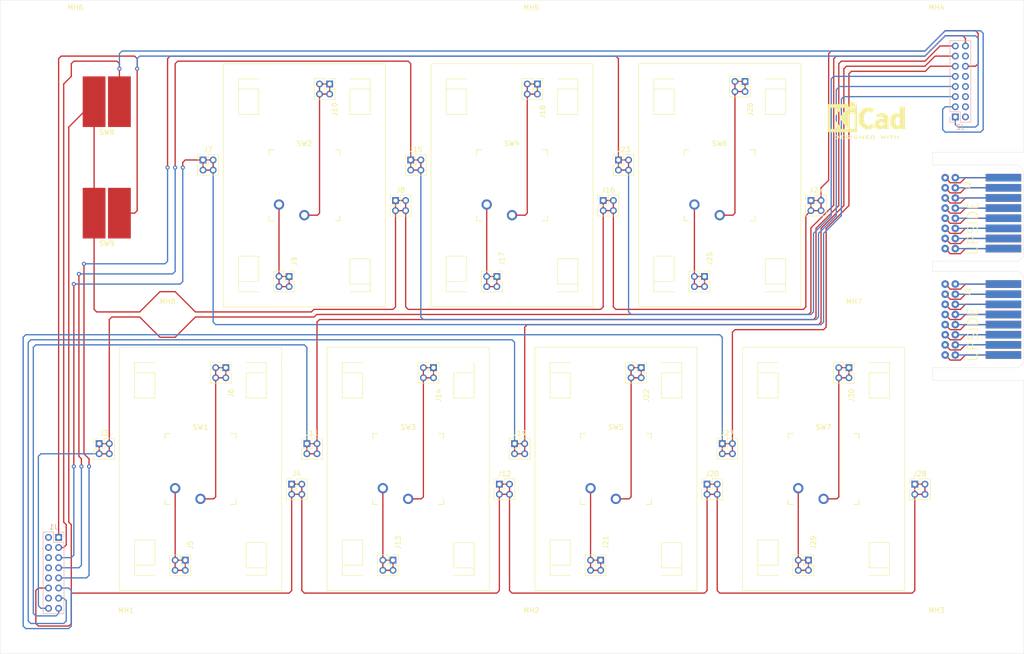
<source format=kicad_pcb>
(kicad_pcb (version 20211014) (generator pcbnew)
  (layers (0 "F.Cu" signal) (31 "B.Cu" signal) (34 "B.Paste" user) (35 "F.Paste" user) (36 "B.SilkS" user "B.Silkscreen") (37 "F.SilkS" user "F.Silkscreen") (38 "B.Mask" user) (39 "F.Mask" user) (44 "Edge.Cuts" user))
  (net 0 "")
  (net 1 "Net-(J2-Pad1)")
  (net 3 "Net-(J2-Pad3)")
  (net 5 "Net-(J7-Pad1)")
  (net 7 "Net-(J15-Pad1)")
  (net 9 "Net-(J23-Pad1)")
  (net 11 "Net-(J27-Pad1)")
  (net 12 "GND")
  (net 13 "Net-(J19-Pad1)")
  (net 15 "Net-(J11-Pad1)")
  (net 16 "Net-(J3-Pad1)")
  (net 23 "Net-(SW1-Pad2)")
  (net 24 "Net-(SW1-Pad1)")
  (net 25 "Net-(SW2-Pad2)")
  (net 26 "Net-(SW2-Pad1)")
  (net 27 "Net-(SW3-Pad2)")
  (net 28 "Net-(SW3-Pad1)")
  (net 29 "Net-(SW4-Pad2)")
  (net 30 "Net-(SW4-Pad1)")
  (net 31 "Net-(SW5-Pad2)")
  (net 32 "Net-(SW5-Pad1)")
  (net 33 "Net-(SW6-Pad2)")
  (net 34 "Net-(SW6-Pad1)")
  (net 35 "Net-(SW7-Pad2)")
  (net 36 "Net-(SW7-Pad1)")
  (footprint "iidx-refine:Hole-6mm" (layer "F.Cu") (at 215 139)
    (fp_text reference "MH3")
    (fp_text value "Hole-6mm")
  )
  (footprint "iidx-refine:Hole-6mm" (layer "F.Cu") (at 135 139)
    (fp_text reference "MH2")
    (fp_text value "Hole-6mm")
  )
  (footprint "iidx-refine:Hole-6mm" (layer "F.Cu") (at 55 139)
    (fp_text reference "MH1")
    (fp_text value "Hole-6mm")
  )
  (footprint "iidx-refine:Hole-6mm" (layer "F.Cu") (at 215 20)
    (fp_text reference "MH4")
    (fp_text value "Hole-6mm")
  )
  (footprint "iidx-refine:Hole-6mm" (layer "F.Cu") (at 135 20)
    (fp_text reference "MH5")
    (fp_text value "Hole-6mm")
  )
  (footprint "iidx-refine:Hole-6mm" (layer "F.Cu") (at 45 20)
    (fp_text reference "MH6")
    (fp_text value "Hole-6mm")
  )
  (footprint "" (layer "F.Cu") (at 86 34)
    (fp_text reference "")
    (fp_text value "")
  )
  (footprint "" (layer "F.Cu") (at 127 34)
    (fp_text reference "")
    (fp_text value "")
  )
  (footprint "Connector_PinHeader_2.00mm:PinHeader_2x02_P2.00mm_Vertical" (layer "F.Cu") (at 91 69.5 -90)
    (fp_text reference "J9")
    (fp_text value "Conn_01x04_Female")
  )
  (footprint "" (layer "F.Cu") (at 62.25 95 90)
    (fp_text reference "")
    (fp_text value "")
  )
  (footprint "" (layer "F.Cu") (at 204.5 90)
    (fp_text reference "")
    (fp_text value "")
  )
  (footprint "iidx-refine:Con_IIDX" (layer "F.Cu") (at 220.5 49)
    (fp_text reference "J2")
    (fp_text value "Con_IIDX")
  )
  (footprint "" (layer "F.Cu") (at 188.5 90)
    (fp_text reference "")
    (fp_text value "")
  )
  (footprint "" (layer "F.Cu") (at 168 34)
    (fp_text reference "")
    (fp_text value "")
  )
  (footprint "" (layer "F.Cu") (at 146.25 64.5)
    (fp_text reference "")
    (fp_text value "")
  )
  (footprint "Connector_PinHeader_2.00mm:PinHeader_2x02_P2.00mm_Vertical" (layer "F.Cu") (at 201.5 87.5 -90)
    (fp_text reference "J30")
    (fp_text value "Conn_01x04_Female")
  )
  (footprint "Connector_PinHeader_2.00mm:PinHeader_2x02_P2.00mm_Vertical" (layer "F.Cu") (at 160.5 87.5 -90)
    (fp_text reference "J22")
    (fp_text value "Conn_01x04_Female")
  )
  (footprint "" (layer "F.Cu") (at 166.75 95)
    (fp_text reference "")
    (fp_text value "")
  )
  (footprint "Connector_PinHeader_2.00mm:PinHeader_2x02_P2.00mm_Vertical" (layer "F.Cu") (at 153 54.5)
    (fp_text reference "J16")
    (fp_text value "Conn_01x04_Female")
  )
  (footprint "" (layer "F.Cu") (at 94 29)
    (fp_text reference "")
    (fp_text value "")
  )
  (footprint "" (layer "F.Cu") (at 188.5 125)
    (fp_text reference "")
    (fp_text value "")
  )
  (footprint "" (layer "F.Cu") (at 135 29)
    (fp_text reference "")
    (fp_text value "")
  )
  (footprint "" (layer "F.Cu") (at 163.5 90)
    (fp_text reference "")
    (fp_text value "")
  )
  (footprint "keyswitches:SW_PG1350" (layer "F.Cu") (at 176 51.5)
    (fp_text reference "SW6")
    (fp_text value "SW_SPST")
  )
  (footprint "" (layer "F.Cu") (at 122.5 90)
    (fp_text reference "")
    (fp_text value "")
  )
  (footprint "" (layer "F.Cu") (at 184 69)
    (fp_text reference "")
    (fp_text value "")
  )
  (footprint "" (layer "F.Cu") (at 122.5 125)
    (fp_text reference "")
    (fp_text value "")
  )
  (footprint "" (layer "F.Cu") (at 149.5 51.5)
    (fp_text reference "")
    (fp_text value "")
  )
  (footprint "" (layer "F.Cu") (at 187.25 64.5)
    (fp_text reference "")
    (fp_text value "")
  )
  (footprint "Connector_PinHeader_2.00mm:PinHeader_2x02_P2.00mm_Vertical" (layer "F.Cu") (at 112 54.5)
    (fp_text reference "J8")
    (fp_text value "Conn_01x04_Female")
  )
  (footprint "keyswitches:SW_PG1350" (layer "F.Cu") (at 73.5 107.5)
    (fp_text reference "SW1")
    (fp_text value "SW_SPST")
  )
  (footprint "" (layer "F.Cu") (at 168 69)
    (fp_text reference "")
    (fp_text value "")
  )
  (footprint "" (layer "F.Cu") (at 155.5 85)
    (fp_text reference "")
    (fp_text value "")
  )
  (footprint "Connector_PinHeader_2.00mm:PinHeader_2x02_P2.00mm_Vertical" (layer "F.Cu") (at 99 31.5 -90)
    (fp_text reference "J10")
    (fp_text value "Conn_01x04_Female")
  )
  (footprint "iidx-refine:Rubber_Switch" (layer "F.Cu") (at 55 57)
    (fp_text reference "SW9")
    (fp_text value "SW_SPST")
  )
  (footprint "" (layer "F.Cu") (at 166.75 120.5)
    (fp_text reference "")
    (fp_text value "")
  )
  (footprint "" (layer "F.Cu") (at 84.75 95)
    (fp_text reference "")
    (fp_text value "")
  )
  (footprint "Connector_PinHeader_2.00mm:PinHeader_2x02_P2.00mm_Vertical" (layer "F.Cu") (at 91.5 110.5)
    (fp_text reference "J4")
    (fp_text value "Conn_01x04_Female")
  )
  (footprint "Connector_PinHeader_2.00mm:PinHeader_2x02_P2.00mm_Vertical" (layer "F.Cu") (at 119.5 87.5 -90)
    (fp_text reference "J14")
    (fp_text value "Conn_01x04_Female")
  )
  (footprint "" (layer "F.Cu") (at 125.75 95)
    (fp_text reference "")
    (fp_text value "")
  )
  (footprint "keyswitches:SW_PG1350" (layer "F.Cu") (at 155.5 107.5)
    (fp_text reference "SW5")
    (fp_text value "SW_SPST")
  )
  (footprint "keyswitches:SW_PG1350" (layer "F.Cu") (at 94 51.5)
    (fp_text reference "SW2")
    (fp_text value "SW_SPST")
  )
  (footprint "" (layer "F.Cu") (at 134.5 74)
    (fp_text reference "")
    (fp_text value "")
  )
  (footprint "" (layer "F.Cu") (at 129 107.5)
    (fp_text reference "")
    (fp_text value "")
  )
  (footprint "" (layer "F.Cu") (at 211 107.5)
    (fp_text reference "")
    (fp_text value "")
  )
  (footprint "iidx-refine:Con_IIDX" (layer "F.Cu") (at 220.5 70)
    (fp_text reference "J1")
    (fp_text value "Con_IIDX")
  )
  (footprint "" (layer "F.Cu") (at 88 107.5)
    (fp_text reference "")
    (fp_text value "")
  )
  (footprint "Connector_PinHeader_2.00mm:PinHeader_2x02_P2.00mm_Vertical" (layer "F.Cu") (at 70.5 125.5 -90)
    (fp_text reference "J5")
    (fp_text value "Conn_01x04_Female")
  )
  (footprint "" (layer "F.Cu") (at 155 130)
    (fp_text reference "")
    (fp_text value "")
  )
  (footprint "" (layer "F.Cu") (at 106.5 125)
    (fp_text reference "")
    (fp_text value "")
  )
  (footprint "Connector_PinHeader_2.00mm:PinHeader_2x02_P2.00mm_Vertical" (layer "F.Cu") (at 194 54.5)
    (fp_text reference "J24")
    (fp_text value "Conn_01x04_Female")
  )
  (footprint "" (layer "F.Cu") (at 59 107.5)
    (fp_text reference "")
    (fp_text value "")
  )
  (footprint "" (layer "F.Cu") (at 103.25 120.25)
    (fp_text reference "")
    (fp_text value "")
  )
  (footprint "" (layer "F.Cu") (at 62.25 120.25)
    (fp_text reference "")
    (fp_text value "")
  )
  (footprint "" (layer "F.Cu") (at 141 107.5)
    (fp_text reference "")
    (fp_text value "")
  )
  (footprint "" (layer "F.Cu") (at 86 69)
    (fp_text reference "")
    (fp_text value "")
  )
  (footprint "iidx-refine:Rubber_Switch" (layer "F.Cu") (at 55 35)
    (fp_text reference "SW8")
    (fp_text value "SW_SPST")
  )
  (footprint "" (layer "F.Cu") (at 185.25 120.25)
    (fp_text reference "")
    (fp_text value "")
  )
  (footprint "" (layer "F.Cu") (at 144.25 95)
    (fp_text reference "")
    (fp_text value "")
  )
  (footprint "" (layer "F.Cu") (at 218 57 90)
    (fp_text reference "")
    (fp_text value "")
  )
  (footprint "" (layer "F.Cu") (at 123.75 64.25)
    (fp_text reference "")
    (fp_text value "")
  )
  (footprint "Connector_PinHeader_2.00mm:PinHeader_2x02_P2.00mm_Vertical" (layer "F.Cu") (at 132 69.5 -90)
    (fp_text reference "J17")
    (fp_text value "Conn_01x04_Female")
  )
  (footprint "" (layer "F.Cu") (at 185.25 95)
    (fp_text reference "")
    (fp_text value "")
  )
  (footprint "" (layer "F.Cu") (at 182 107.5)
    (fp_text reference "")
    (fp_text value "")
  )
  (footprint "" (layer "F.Cu") (at 108.5 51.5)
    (fp_text reference "")
    (fp_text value "")
  )
  (footprint "Connector_PinHeader_2.00mm:PinHeader_2x02_P2.00mm_Vertical" (layer "F.Cu") (at 94.5 102.5)
    (fp_text reference "J11")
    (fp_text value "Conn_01x04_Female")
  )
  (footprint "" (layer "F.Cu") (at 218 78 90)
    (fp_text reference "")
    (fp_text value "")
  )
  (footprint "" (layer "F.Cu") (at 143 69)
    (fp_text reference "")
    (fp_text value "")
  )
  (footprint "" (layer "F.Cu") (at 146.25 39)
    (fp_text reference "")
    (fp_text value "")
  )
  (footprint "Connector_PinHeader_2.00mm:PinHeader_2x02_P2.00mm_Vertical" (layer "F.Cu") (at 176.5 102.5)
    (fp_text reference "J27")
    (fp_text value "Conn_01x04_Female")
  )
  (footprint "" (layer "F.Cu") (at 196.5 85)
    (fp_text reference "")
    (fp_text value "")
  )
  (footprint "" (layer "F.Cu") (at 73 130)
    (fp_text reference "")
    (fp_text value "")
  )
  (footprint "Connector_PinHeader_2.00mm:PinHeader_2x02_P2.00mm_Vertical" (layer "F.Cu") (at 135.5 102.5)
    (fp_text reference "J19")
    (fp_text value "Conn_01x04_Female")
  )
  (footprint "" (layer "F.Cu") (at 207.75 95)
    (fp_text reference "")
    (fp_text value "")
  )
  (footprint "" (layer "F.Cu") (at 125.75 120.5)
    (fp_text reference "")
    (fp_text value "")
  )
  (footprint "Connector_PinHeader_2.00mm:PinHeader_2x02_P2.00mm_Vertical" (layer "F.Cu") (at 74 46.5)
    (fp_text reference "J7")
    (fp_text value "Conn_01x04_Female")
  )
  (footprint "" (layer "F.Cu") (at 123.75 39)
    (fp_text reference "")
    (fp_text value "")
  )
  (footprint "" (layer "F.Cu") (at 82.75 39)
    (fp_text reference "")
    (fp_text value "")
  )
  (footprint "" (layer "F.Cu") (at 161.5 51.5)
    (fp_text reference "")
    (fp_text value "")
  )
  (footprint "" (layer "F.Cu") (at 82.75 64.25)
    (fp_text reference "")
    (fp_text value "")
  )
  (footprint "Connector_PinHeader_2.00mm:PinHeader_2x02_P2.00mm_Vertical" (layer "F.Cu") (at 132.5 110.5)
    (fp_text reference "J12")
    (fp_text value "Conn_01x04_Female")
  )
  (footprint "Symbol:KiCad-Logo2_6mm_SilkScreen" (layer "F.Cu") (at 205 38)
    (fp_text reference "REF**" hide)
    (fp_text value "KiCad-Logo2_6mm_SilkScreen" hide)
  )
  (footprint "" (layer "F.Cu") (at 164.75 39)
    (fp_text reference "")
    (fp_text value "")
  )
  (footprint "" (layer "F.Cu") (at 144.25 120.25)
    (fp_text reference "")
    (fp_text value "")
  )
  (footprint "" (layer "F.Cu") (at 196 130)
    (fp_text reference "")
    (fp_text value "")
  )
  (footprint "" (layer "F.Cu") (at 105.25 39)
    (fp_text reference "")
    (fp_text value "")
  )
  (footprint "keyswitches:SW_PG1350" (layer "F.Cu") (at 135 51.5)
    (fp_text reference "SW4")
    (fp_text value "SW_SPST")
  )
  (footprint "" (layer "F.Cu") (at 187.25 39)
    (fp_text reference "")
    (fp_text value "")
  )
  (footprint "Connector_PinHeader_2.00mm:PinHeader_2x02_P2.00mm_Vertical" (layer "F.Cu") (at 53.5 102.5)
    (fp_text reference "J3")
    (fp_text value "Conn_01x04_Female")
  )
  (footprint "" (layer "F.Cu") (at 184 34)
    (fp_text reference "")
    (fp_text value "")
  )
  (footprint "" (layer "F.Cu") (at 65.5 90)
    (fp_text reference "")
    (fp_text value "")
  )
  (footprint "" (layer "F.Cu") (at 127 69)
    (fp_text reference "")
    (fp_text value "")
  )
  (footprint "Connector_PinHeader_2.00mm:PinHeader_2x02_P2.00mm_Vertical" (layer "F.Cu") (at 181 31 -90)
    (fp_text reference "J26")
    (fp_text value "Conn_01x04_Female")
  )
  (footprint "" (layer "F.Cu") (at 114 130)
    (fp_text reference "")
    (fp_text value "")
  )
  (footprint "Connector_PinHeader_2.00mm:PinHeader_2x02_P2.00mm_Vertical" (layer "F.Cu") (at 173.5 110.5)
    (fp_text reference "J20")
    (fp_text value "Conn_01x04_Female")
  )
  (footprint "" (layer "F.Cu") (at 163.5 125)
    (fp_text reference "")
    (fp_text value "")
  )
  (footprint "keyswitches:SW_PG1350" (layer "F.Cu") (at 114.5 107.5)
    (fp_text reference "SW3")
    (fp_text value "SW_SPST")
  )
  (footprint "Connector_PinHeader_2.00mm:PinHeader_2x02_P2.00mm_Vertical" (layer "F.Cu") (at 78.5 87.5 -90)
    (fp_text reference "J6")
    (fp_text value "Conn_01x04_Female")
  )
  (footprint "keyswitches:SW_PG1350" (layer "F.Cu") (at 196.5 107.5)
    (fp_text reference "SW7")
    (fp_text value "SW_SPST")
  )
  (footprint "Connector_PinHeader_2.00mm:PinHeader_2x02_P2.00mm_Vertical" (layer "F.Cu") (at 111.5 125.5 -90)
    (fp_text reference "J13")
    (fp_text value "Conn_01x04_Female")
  )
  (footprint "Connector_PinHeader_2.00mm:PinHeader_2x02_P2.00mm_Vertical" (layer "F.Cu") (at 152.5 125.5 -90)
    (fp_text reference "J21")
    (fp_text value "Conn_01x04_Female")
  )
  (footprint "" (layer "F.Cu") (at 147.5 90)
    (fp_text reference "")
    (fp_text value "")
  )
  (footprint "" (layer "F.Cu") (at 147.5 125)
    (fp_text reference "")
    (fp_text value "")
  )
  (footprint "" (layer "F.Cu") (at 103.25 95)
    (fp_text reference "")
    (fp_text value "")
  )
  (footprint "Connector_PinHeader_2.00mm:PinHeader_2x02_P2.00mm_Vertical" (layer "F.Cu") (at 214.5 110.5)
    (fp_text reference "J28")
    (fp_text value "Conn_01x04_Female")
  )
  (footprint "Connector_PinHeader_2.00mm:PinHeader_2x02_P2.00mm_Vertical" (layer "F.Cu") (at 156 46.5)
    (fp_text reference "J23")
    (fp_text value "Conn_01x04_Female")
  )
  (footprint "" (layer "F.Cu") (at 102 69)
    (fp_text reference "")
    (fp_text value "")
  )
  (footprint "" (layer "F.Cu") (at 65.5 125)
    (fp_text reference "")
    (fp_text value "")
  )
  (footprint "" (layer "F.Cu") (at 164.75 64.25)
    (fp_text reference "")
    (fp_text value "")
  )
  (footprint "" (layer "F.Cu") (at 100 107.5)
    (fp_text reference "")
    (fp_text value "")
  )
  (footprint "Connector_PinHeader_2.00mm:PinHeader_2x02_P2.00mm_Vertical" (layer "F.Cu") (at 173 69.5 -90)
    (fp_text reference "J25")
    (fp_text value "Conn_01x04_Female")
  )
  (footprint "Connector_PinHeader_2.00mm:PinHeader_2x02_P2.00mm_Vertical" (layer "F.Cu") (at 115 46.5)
    (fp_text reference "J15")
    (fp_text value "Conn_01x04_Female")
  )
  (footprint "" (layer "F.Cu") (at 190.5 51.5)
    (fp_text reference "")
    (fp_text value "")
  )
  (footprint "" (layer "F.Cu") (at 143 34)
    (fp_text reference "")
    (fp_text value "")
  )
  (footprint "" (layer "F.Cu") (at 175.5 74)
    (fp_text reference "")
    (fp_text value "")
  )
  (footprint "" (layer "F.Cu") (at 105.25 64.5)
    (fp_text reference "")
    (fp_text value "")
  )
  (footprint "" (layer "F.Cu") (at 79.5 51.5)
    (fp_text reference "")
    (fp_text value "")
  )
  (footprint "" (layer "F.Cu") (at 73.5 85)
    (fp_text reference "")
    (fp_text value "")
  )
  (footprint "" (layer "F.Cu") (at 84.75 120.5)
    (fp_text reference "")
    (fp_text value "")
  )
  (footprint "" (layer "F.Cu") (at 120.5 51.5)
    (fp_text reference "")
    (fp_text value "")
  )
  (footprint "" (layer "F.Cu") (at 81.5 125)
    (fp_text reference "")
    (fp_text value "")
  )
  (footprint "" (layer "F.Cu") (at 102 34)
    (fp_text reference "")
    (fp_text value "")
  )
  (footprint "" (layer "F.Cu") (at 204.5 125)
    (fp_text reference "")
    (fp_text value "")
  )
  (footprint "" (layer "F.Cu") (at 81.5 90)
    (fp_text reference "")
    (fp_text value "")
  )
  (footprint "iidx-refine:Hole-3mm" (layer "F.Cu") (at 67 77)
    (fp_text reference "MH8")
    (fp_text value "Hole-3mm")
  )
  (footprint "" (layer "F.Cu") (at 170 107.5)
    (fp_text reference "")
    (fp_text value "")
  )
  (footprint "" (layer "F.Cu") (at 176 29)
    (fp_text reference "")
    (fp_text value "")
  )
  (footprint "" (layer "F.Cu") (at 114.5 85)
    (fp_text reference "")
    (fp_text value "")
  )
  (footprint "" (layer "F.Cu") (at 106.5 90)
    (fp_text reference "")
    (fp_text value "")
  )
  (footprint "Connector_PinHeader_2.00mm:PinHeader_2x02_P2.00mm_Vertical" (layer "F.Cu") (at 140 31.5 -90)
    (fp_text reference "J18")
    (fp_text value "Conn_01x04_Female")
  )
  (footprint "" (layer "F.Cu") (at 207.75 120.5)
    (fp_text reference "")
    (fp_text value "")
  )
  (footprint "Connector_PinHeader_2.00mm:PinHeader_2x02_P2.00mm_Vertical" (layer "F.Cu") (at 193.5 125.5 -90)
    (fp_text reference "J29")
    (fp_text value "Conn_01x04_Female")
  )
  (footprint "" (layer "F.Cu") (at 93.5 74)
    (fp_text reference "")
    (fp_text value "")
  )
  (footprint "iidx-refine:Hole-3mm" (layer "F.Cu") (at 202.5 77)
    (fp_text reference "MH7")
    (fp_text value "Hole-3mm")
  )
  (footprint "Connector_PinHeader_2.00mm:PinHeader_2x08_P2.00mm_Vertical" (layer "B.Cu") (at 222.5 38)
    (fp_text reference "J2")
    (fp_text value "Conn_01x16_Female")
  )
  (footprint "Connector_PinHeader_2.00mm:PinHeader_2x08_P2.00mm_Vertical" (layer "B.Cu") (at 45.5 121 180)
    (fp_text reference "J1")
    (fp_text value "Conn_01x16_Female")
  )
  (gr_line (start 81 72.5) (end 81 65.5) (layer "F.SilkS") (width 0.12))
  (gr_line (start 78 27.5) (end 78 30.5) (layer "F.SilkS") (width 0.12))
  (gr_line (start 185 71) (end 185 66) (layer "F.SilkS") (width 0.12))
  (gr_line (start 189 32.5) (end 185 32.5) (layer "F.SilkS") (width 0.12))
  (gr_line (start 160 75.5) (end 189 75.5) (layer "F.SilkS") (width 0.12))
  (gr_line (start 189 75.5) (end 192 75.5) (layer "F.SilkS") (width 0.12))
  (gr_line (start 185 37.5) (end 189 37.5) (layer "F.SilkS") (width 0.12))
  (gr_line (start 160 27.5) (end 160 30.5) (layer "F.SilkS") (width 0.12))
  (gr_line (start 189 71) (end 185 71) (layer "F.SilkS") (width 0.12))
  (gr_line (start 167 37.5) (end 163 37.5) (layer "F.SilkS") (width 0.12))
  (gr_line (start 163 32.5) (end 167 32.5) (layer "F.SilkS") (width 0.12))
  (gr_line (start 185 66) (end 189 66) (layer "F.SilkS") (width 0.12))
  (gr_line (start 185 32.5) (end 185 37.5) (layer "F.SilkS") (width 0.12))
  (gr_line (start 160 30.5) (end 160 72.5) (layer "F.SilkS") (width 0.12))
  (gr_line (start 163 70.5) (end 167 70.5) (layer "F.SilkS") (width 0.12))
  (gr_line (start 160 72.5) (end 160 75.5) (layer "F.SilkS") (width 0.12))
  (gr_line (start 167 32.5) (end 167 37.5) (layer "F.SilkS") (width 0.12))
  (gr_line (start 192 75.5) (end 192 30.5) (layer "F.SilkS") (width 0.12))
  (gr_line (start 167 65.5) (end 163 65.5) (layer "F.SilkS") (width 0.12))
  (gr_line (start 192 30.5) (end 192 27.5) (layer "F.SilkS") (width 0.12))
  (gr_line (start 192 27.5) (end 160 27.5) (layer "F.SilkS") (width 0.12))
  (gr_line (start 167 70.5) (end 167 65.5) (layer "F.SilkS") (width 0.12))
  (gr_line (start 163 30.5) (end 167 30.5) (layer "F.SilkS") (width 0.12))
  (gr_line (start 163 37.5) (end 163 30.5) (layer "F.SilkS") (width 0.12))
  (gr_line (start 163 72.5) (end 163 65.5) (layer "F.SilkS") (width 0.12))
  (gr_line (start 189 30.5) (end 189 37.5) (layer "F.SilkS") (width 0.12))
  (gr_line (start 167 72.5) (end 163 72.5) (layer "F.SilkS") (width 0.12))
  (gr_line (start 205.5 127) (end 205.5 122) (layer "F.SilkS") (width 0.12))
  (gr_line (start 209.5 88.5) (end 205.5 88.5) (layer "F.SilkS") (width 0.12))
  (gr_line (start 180.5 131.5) (end 209.5 131.5) (layer "F.SilkS") (width 0.12))
  (gr_line (start 209.5 131.5) (end 212.5 131.5) (layer "F.SilkS") (width 0.12))
  (gr_line (start 205.5 93.5) (end 209.5 93.5) (layer "F.SilkS") (width 0.12))
  (gr_line (start 180.5 83.5) (end 180.5 86.5) (layer "F.SilkS") (width 0.12))
  (gr_line (start 209.5 127) (end 205.5 127) (layer "F.SilkS") (width 0.12))
  (gr_line (start 187.5 93.5) (end 183.5 93.5) (layer "F.SilkS") (width 0.12))
  (gr_line (start 183.5 88.5) (end 187.5 88.5) (layer "F.SilkS") (width 0.12))
  (gr_line (start 205.5 122) (end 209.5 122) (layer "F.SilkS") (width 0.12))
  (gr_line (start 205.5 88.5) (end 205.5 93.5) (layer "F.SilkS") (width 0.12))
  (gr_line (start 180.5 86.5) (end 180.5 128.5) (layer "F.SilkS") (width 0.12))
  (gr_line (start 183.5 126.5) (end 187.5 126.5) (layer "F.SilkS") (width 0.12))
  (gr_line (start 180.5 128.5) (end 180.5 131.5) (layer "F.SilkS") (width 0.12))
  (gr_line (start 187.5 88.5) (end 187.5 93.5) (layer "F.SilkS") (width 0.12))
  (gr_line (start 212.5 131.5) (end 212.5 86.5) (layer "F.SilkS") (width 0.12))
  (gr_line (start 187.5 121.5) (end 183.5 121.5) (layer "F.SilkS") (width 0.12))
  (gr_line (start 212.5 86.5) (end 212.5 83.5) (layer "F.SilkS") (width 0.12))
  (gr_line (start 212.5 83.5) (end 180.5 83.5) (layer "F.SilkS") (width 0.12))
  (gr_line (start 187.5 126.5) (end 187.5 121.5) (layer "F.SilkS") (width 0.12))
  (gr_line (start 183.5 86.5) (end 187.5 86.5) (layer "F.SilkS") (width 0.12))
  (gr_line (start 183.5 93.5) (end 183.5 86.5) (layer "F.SilkS") (width 0.12))
  (gr_line (start 183.5 128.5) (end 183.5 121.5) (layer "F.SilkS") (width 0.12))
  (gr_line (start 209.5 86.5) (end 209.5 93.5) (layer "F.SilkS") (width 0.12))
  (gr_line (start 187.5 128.5) (end 183.5 128.5) (layer "F.SilkS") (width 0.12))
  (gr_line (start 85 65.5) (end 81 65.5) (layer "F.SilkS") (width 0.12))
  (gr_line (start 126 72.5) (end 122 72.5) (layer "F.SilkS") (width 0.12))
  (gr_line (start 151 27.5) (end 119 27.5) (layer "F.SilkS") (width 0.12))
  (gr_line (start 86.5 131.5) (end 89.5 131.5) (layer "F.SilkS") (width 0.12))
  (gr_line (start 144 30.5) (end 148 30.5) (layer "F.SilkS") (width 0.12))
  (gr_line (start 107 71) (end 103 71) (layer "F.SilkS") (width 0.12))
  (gr_line (start 81 70.5) (end 85 70.5) (layer "F.SilkS") (width 0.12))
  (gr_line (start 139.5 86.5) (end 139.5 128.5) (layer "F.SilkS") (width 0.12))
  (gr_line (start 144 32.5) (end 144 37.5) (layer "F.SilkS") (width 0.12))
  (gr_line (start 86.5 127) (end 82.5 127) (layer "F.SilkS") (width 0.12))
  (gr_line (start 127.5 86.5) (end 127.5 93.5) (layer "F.SilkS") (width 0.12))
  (gr_line (start 85 72.5) (end 81 72.5) (layer "F.SilkS") (width 0.12))
  (gr_line (start 148 30.5) (end 148 37.5) (layer "F.SilkS") (width 0.12))
  (gr_line (start 148 71) (end 144 71) (layer "F.SilkS") (width 0.12))
  (gr_line (start 86.5 88.5) (end 82.5 88.5) (layer "F.SilkS") (width 0.12))
  (gr_line (start 205.5 86.5) (end 209.5 86.5) (layer "F.SilkS") (width 0.12))
  (gr_line (start 105.5 93.5) (end 101.5 93.5) (layer "F.SilkS") (width 0.12))
  (gr_line (start 146.5 126.5) (end 146.5 121.5) (layer "F.SilkS") (width 0.12))
  (gr_line (start 82.5 127) (end 82.5 122) (layer "F.SilkS") (width 0.12))
  (gr_line (start 142.5 93.5) (end 142.5 86.5) (layer "F.SilkS") (width 0.12))
  (gr_line (start 139.5 131.5) (end 168.5 131.5) (layer "F.SilkS") (width 0.12))
  (gr_line (start 81 37.5) (end 81 30.5) (layer "F.SilkS") (width 0.12))
  (gr_line (start 144 71) (end 144 66) (layer "F.SilkS") (width 0.12))
  (gr_line (start 105.5 88.5) (end 105.5 93.5) (layer "F.SilkS") (width 0.12))
  (gr_line (start 101.5 128.5) (end 101.5 121.5) (layer "F.SilkS") (width 0.12))
  (gr_line (start 164.5 127) (end 164.5 122) (layer "F.SilkS") (width 0.12))
  (gr_line (start 164.5 128.5) (end 168.5 128.5) (layer "F.SilkS") (width 0.12))
  (gr_line (start 130.5 86.5) (end 130.5 83.5) (layer "F.SilkS") (width 0.12))
  (gr_line (start 168.5 122) (end 168.5 128.5) (layer "F.SilkS") (width 0.12))
  (gr_line (start 98.5 131.5) (end 127.5 131.5) (layer "F.SilkS") (width 0.12))
  (gr_line (start 146.5 128.5) (end 142.5 128.5) (layer "F.SilkS") (width 0.12))
  (gr_line (start 81 30.5) (end 85 30.5) (layer "F.SilkS") (width 0.12))
  (gr_line (start 60.5 88.5) (end 64.5 88.5) (layer "F.SilkS") (width 0.12))
  (gr_line (start 171.5 83.5) (end 139.5 83.5) (layer "F.SilkS") (width 0.12))
  (gr_line (start 164.5 93.5) (end 168.5 93.5) (layer "F.SilkS") (width 0.12))
  (gr_line (start 89.5 86.5) (end 89.5 83.5) (layer "F.SilkS") (width 0.12))
  (gr_line (start 85 32.5) (end 85 37.5) (layer "F.SilkS") (width 0.12))
  (gr_line (start 110 30.5) (end 110 27.5) (layer "F.SilkS") (width 0.12))
  (gr_line (start 105.5 126.5) (end 105.5 121.5) (layer "F.SilkS") (width 0.12))
  (gr_line (start 64.5 128.5) (end 60.5 128.5) (layer "F.SilkS") (width 0.12))
  (gr_line (start 144 66) (end 148 66) (layer "F.SilkS") (width 0.12))
  (gr_line (start 146.5 121.5) (end 142.5 121.5) (layer "F.SilkS") (width 0.12))
  (gr_line (start 78 30.5) (end 78 72.5) (layer "F.SilkS") (width 0.12))
  (gr_line (start 146.5 93.5) (end 142.5 93.5) (layer "F.SilkS") (width 0.12))
  (gr_line (start 126 70.5) (end 126 65.5) (layer "F.SilkS") (width 0.12))
  (gr_line (start 164.5 86.5) (end 168.5 86.5) (layer "F.SilkS") (width 0.12))
  (gr_line (start 57.5 131.5) (end 86.5 131.5) (layer "F.SilkS") (width 0.12))
  (gr_line (start 101.5 93.5) (end 101.5 86.5) (layer "F.SilkS") (width 0.12))
  (gr_line (start 60.5 93.5) (end 60.5 86.5) (layer "F.SilkS") (width 0.12))
  (gr_line (start 122 37.5) (end 122 30.5) (layer "F.SilkS") (width 0.12))
  (gr_line (start 148 32.5) (end 144 32.5) (layer "F.SilkS") (width 0.12))
  (gr_line (start 105.5 121.5) (end 101.5 121.5) (layer "F.SilkS") (width 0.12))
  (gr_line (start 148 66) (end 148 72.5) (layer "F.SilkS") (width 0.12))
  (gr_line (start 57.5 86.5) (end 57.5 128.5) (layer "F.SilkS") (width 0.12))
  (gr_line (start 98.5 83.5) (end 98.5 86.5) (layer "F.SilkS") (width 0.12))
  (gr_line (start 119 27.5) (end 119 30.5) (layer "F.SilkS") (width 0.12))
  (gr_line (start 122 72.5) (end 122 65.5) (layer "F.SilkS") (width 0.12))
  (gr_line (start 60.5 126.5) (end 64.5 126.5) (layer "F.SilkS") (width 0.12))
  (gr_line (start 107 66) (end 107 72.5) (layer "F.SilkS") (width 0.12))
  (gr_line (start 142.5 128.5) (end 142.5 121.5) (layer "F.SilkS") (width 0.12))
  (gr_line (start 78 72.5) (end 78 75.5) (layer "F.SilkS") (width 0.12))
  (gr_line (start 110 27.5) (end 78 27.5) (layer "F.SilkS") (width 0.12))
  (gr_line (start 168.5 86.5) (end 168.5 93.5) (layer "F.SilkS") (width 0.12))
  (gr_line (start 142.5 126.5) (end 146.5 126.5) (layer "F.SilkS") (width 0.12))
  (gr_line (start 127.5 122) (end 127.5 128.5) (layer "F.SilkS") (width 0.12))
  (gr_line (start 142.5 88.5) (end 146.5 88.5) (layer "F.SilkS") (width 0.12))
  (gr_line (start 189 30.5) (end 185 30.5) (layer "F.SilkS") (width 0.12))
  (gr_line (start 127.5 127) (end 123.5 127) (layer "F.SilkS") (width 0.12))
  (gr_line (start 144 37.5) (end 148 37.5) (layer "F.SilkS") (width 0.12))
  (gr_line (start 130.5 83.5) (end 98.5 83.5) (layer "F.SilkS") (width 0.12))
  (gr_line (start 64.5 88.5) (end 64.5 93.5) (layer "F.SilkS") (width 0.12))
  (gr_line (start 122 70.5) (end 126 70.5) (layer "F.SilkS") (width 0.12))
  (gr_line (start 64.5 121.5) (end 60.5 121.5) (layer "F.SilkS") (width 0.12))
  (gr_line (start 139.5 128.5) (end 139.5 131.5) (layer "F.SilkS") (width 0.12))
  (gr_line (start 105.5 128.5) (end 101.5 128.5) (layer "F.SilkS") (width 0.12))
  (gr_line (start 144 72.5) (end 148 72.5) (layer "F.SilkS") (width 0.12))
  (gr_line (start 103 71) (end 103 66) (layer "F.SilkS") (width 0.12))
  (gr_line (start 119 72.5) (end 119 75.5) (layer "F.SilkS") (width 0.12))
  (gr_line (start 107 30.5) (end 103 30.5) (layer "F.SilkS") (width 0.12))
  (gr_line (start 78 75.5) (end 110 75.5) (layer "F.SilkS") (width 0.12))
  (gr_line (start 123.5 88.5) (end 123.5 93.5) (layer "F.SilkS") (width 0.12))
  (gr_line (start 139.5 83.5) (end 139.5 86.5) (layer "F.SilkS") (width 0.12))
  (gr_line (start 168.5 131.5) (end 171.5 131.5) (layer "F.SilkS") (width 0.12))
  (gr_line (start 126 32.5) (end 126 37.5) (layer "F.SilkS") (width 0.12))
  (gr_line (start 164.5 88.5) (end 164.5 93.5) (layer "F.SilkS") (width 0.12))
  (gr_line (start 98.5 86.5) (end 98.5 128.5) (layer "F.SilkS") (width 0.12))
  (gr_line (start 86.5 122) (end 86.5 128.5) (layer "F.SilkS") (width 0.12))
  (gr_line (start 98.5 128.5) (end 98.5 131.5) (layer "F.SilkS") (width 0.12))
  (gr_line (start 82.5 93.5) (end 86.5 93.5) (layer "F.SilkS") (width 0.12))
  (gr_line (start 101.5 126.5) (end 105.5 126.5) (layer "F.SilkS") (width 0.12))
  (gr_line (start 103 72.5) (end 107 72.5) (layer "F.SilkS") (width 0.12))
  (gr_line (start 123.5 127) (end 123.5 122) (layer "F.SilkS") (width 0.12))
  (gr_line (start 127.5 88.5) (end 123.5 88.5) (layer "F.SilkS") (width 0.12))
  (gr_line (start 110 75.5) (end 110 30.5) (layer "F.SilkS") (width 0.12))
  (gr_line (start 82.5 88.5) (end 82.5 93.5) (layer "F.SilkS") (width 0.12))
  (gr_line (start 146.5 88.5) (end 146.5 93.5) (layer "F.SilkS") (width 0.12))
  (gr_line (start 89.5 83.5) (end 57.5 83.5) (layer "F.SilkS") (width 0.12))
  (gr_line (start 86.5 128.5) (end 82.5 128.5) (layer "F.SilkS") (width 0.12))
  (gr_line (start 103 32.5) (end 103 37.5) (layer "F.SilkS") (width 0.12))
  (gr_line (start 119 30.5) (end 119 72.5) (layer "F.SilkS") (width 0.12))
  (gr_line (start 185 72.5) (end 189 72.5) (layer "F.SilkS") (width 0.12))
  (gr_line (start 60.5 128.5) (end 60.5 121.5) (layer "F.SilkS") (width 0.12))
  (gr_line (start 209.5 122) (end 209.5 128.5) (layer "F.SilkS") (width 0.12))
  (gr_line (start 123.5 93.5) (end 127.5 93.5) (layer "F.SilkS") (width 0.12))
  (gr_line (start 57.5 128.5) (end 57.5 131.5) (layer "F.SilkS") (width 0.12))
  (gr_line (start 122 30.5) (end 126 30.5) (layer "F.SilkS") (width 0.12))
  (gr_line (start 107 30.5) (end 107 37.5) (layer "F.SilkS") (width 0.12))
  (gr_line (start 151 75.5) (end 151 30.5) (layer "F.SilkS") (width 0.12))
  (gr_line (start 103 66) (end 107 66) (layer "F.SilkS") (width 0.12))
  (gr_line (start 122 32.5) (end 126 32.5) (layer "F.SilkS") (width 0.12))
  (gr_line (start 64.5 126.5) (end 64.5 121.5) (layer "F.SilkS") (width 0.12))
  (gr_line (start 130.5 131.5) (end 130.5 86.5) (layer "F.SilkS") (width 0.12))
  (gr_line (start 123.5 128.5) (end 127.5 128.5) (layer "F.SilkS") (width 0.12))
  (gr_line (start 126 65.5) (end 122 65.5) (layer "F.SilkS") (width 0.12))
  (gr_line (start 85 70.5) (end 85 65.5) (layer "F.SilkS") (width 0.12))
  (gr_line (start 82.5 122) (end 86.5 122) (layer "F.SilkS") (width 0.12))
  (gr_line (start 127.5 131.5) (end 130.5 131.5) (layer "F.SilkS") (width 0.12))
  (gr_line (start 81 32.5) (end 85 32.5) (layer "F.SilkS") (width 0.12))
  (gr_line (start 101.5 88.5) (end 105.5 88.5) (layer "F.SilkS") (width 0.12))
  (gr_line (start 189 66) (end 189 72.5) (layer "F.SilkS") (width 0.12))
  (gr_line (start 86.5 86.5) (end 86.5 93.5) (layer "F.SilkS") (width 0.12))
  (gr_line (start 148 75.5) (end 151 75.5) (layer "F.SilkS") (width 0.12))
  (gr_line (start 107 32.5) (end 103 32.5) (layer "F.SilkS") (width 0.12))
  (gr_line (start 60.5 86.5) (end 64.5 86.5) (layer "F.SilkS") (width 0.12))
  (gr_line (start 57.5 83.5) (end 57.5 86.5) (layer "F.SilkS") (width 0.12))
  (gr_line (start 64.5 93.5) (end 60.5 93.5) (layer "F.SilkS") (width 0.12))
  (gr_line (start 205.5 128.5) (end 209.5 128.5) (layer "F.SilkS") (width 0.12))
  (gr_line (start 123.5 122) (end 127.5 122) (layer "F.SilkS") (width 0.12))
  (gr_line (start 168.5 127) (end 164.5 127) (layer "F.SilkS") (width 0.12))
  (gr_line (start 168.5 88.5) (end 164.5 88.5) (layer "F.SilkS") (width 0.12))
  (gr_line (start 142.5 86.5) (end 146.5 86.5) (layer "F.SilkS") (width 0.12))
  (gr_line (start 85 37.5) (end 81 37.5) (layer "F.SilkS") (width 0.12))
  (gr_line (start 119 75.5) (end 148 75.5) (layer "F.SilkS") (width 0.12))
  (gr_line (start 89.5 131.5) (end 89.5 86.5) (layer "F.SilkS") (width 0.12))
  (gr_line (start 86.5 86.5) (end 82.5 86.5) (layer "F.SilkS") (width 0.12))
  (gr_line (start 151 30.5) (end 151 27.5) (layer "F.SilkS") (width 0.12))
  (gr_line (start 171.5 131.5) (end 171.5 83.5) (layer "F.SilkS") (width 0.12))
  (gr_line (start 101.5 86.5) (end 105.5 86.5) (layer "F.SilkS") (width 0.12))
  (gr_line (start 103 37.5) (end 107 37.5) (layer "F.SilkS") (width 0.12))
  (gr_line (start 126 37.5) (end 122 37.5) (layer "F.SilkS") (width 0.12))
  (gr_line (start 164.5 122) (end 168.5 122) (layer "F.SilkS") (width 0.12))
  (gr_line (start 34 15) (end 235.5 15) (layer "Edge.Cuts") (width 0.05))
  (gr_line (start 235.5 15) (end 236 15) (layer "Edge.Cuts") (width 0.05))
  (gr_line (start 235 47.5) (end 236 48.5) (layer "Edge.Cuts") (width 0.05))
  (gr_line (start 218 45) (end 218 47.5) (layer "Edge.Cuts") (width 0.05))
  (gr_line (start 236 15) (end 236 45) (layer "Edge.Cuts") (width 0.05))
  (gr_line (start 218 66.5) (end 218 68.5) (layer "Edge.Cuts") (width 0.05))
  (gr_line (start 236 86.5) (end 236 69.5) (layer "Edge.Cuts") (width 0.05))
  (gr_line (start 218 87.5) (end 218 90) (layer "Edge.Cuts") (width 0.05))
  (gr_line (start 34 144) (end 236 144) (layer "Edge.Cuts") (width 0.05))
  (gr_line (start 218 66.5) (end 235 66.5) (layer "Edge.Cuts") (width 0.05))
  (gr_line (start 236 45) (end 218 45) (layer "Edge.Cuts") (width 0.05))
  (gr_line (start 218 90) (end 236 90) (layer "Edge.Cuts") (width 0.05))
  (gr_line (start 236 90) (end 236 144) (layer "Edge.Cuts") (width 0.05))
  (gr_line (start 236 48.5) (end 236 65.5) (layer "Edge.Cuts") (width 0.05))
  (gr_line (start 235 66.5) (end 236 65.5) (layer "Edge.Cuts") (width 0.05))
  (gr_line (start 218 47.5) (end 235 47.5) (layer "Edge.Cuts") (width 0.05))
  (gr_line (start 218 87.5) (end 235 87.5) (layer "Edge.Cuts") (width 0.05))
  (gr_line (start 235 68.5) (end 218 68.5) (layer "Edge.Cuts") (width 0.05))
  (gr_line (start 235 68.5) (end 236 69.5) (layer "Edge.Cuts") (width 0.05))
  (gr_line (start 236 86.5) (end 235 87.5) (layer "Edge.Cuts") (width 0.05))
  (gr_line (start 34 15) (end 34 144) (layer "Edge.Cuts") (width 0.05))
  (gr_text "" (at 122.5 90) (layer "F.SilkS") (effects (font (size 1.27 1.27))))
  (gr_text "" (at 102 34) (layer "F.SilkS") (effects (font (size 1.27 1.27))))
  (gr_text "UPSIDE" (at 226 60 90) (layer "F.SilkS") (effects (font (size 2 2))))
  (gr_text "" (at 204.5 90) (layer "F.SilkS") (effects (font (size 1.27 1.27))))
  (gr_text "" (at 184 34) (layer "F.SilkS") (effects (font (size 1.27 1.27))))
  (gr_text "" (at 143 34) (layer "F.SilkS") (effects (font (size 1.27 1.27))))
  (gr_text "UPSIDE" (at 226 81 90) (layer "F.SilkS") (effects (font (size 2 2))))
  (gr_text "" (at 163.5 90) (layer "F.SilkS") (effects (font (size 1.27 1.27))))
  (segment (start 223.5 51) (end 224.5 50) (width 0.25) (layer "F.Cu") (net 0))
  (segment (start 224.5 54) (end 232 54) (width 0.25) (layer "F.Cu") (net 0))
  (segment (start 221.5 59) (end 223.5 59) (width 0.25) (layer "F.Cu") (net 0))
  (segment (start 221.5 76) (end 223.5 76) (width 0.25) (layer "F.Cu") (net 0))
  (segment (start 220.5 83) (end 221.5 84) (width 0.25) (layer "F.Cu") (net 0))
  (segment (start 220.5 52) (end 221.5 53) (width 0.25) (layer "F.Cu") (net 0))
  (segment (start 220.5 64) (end 221.5 65) (width 0.25) (layer "F.Cu") (net 0))
  (segment (start 223.5 76) (end 224.5 75) (width 0.25) (layer "F.Cu") (net 0))
  (segment (start 223.5 53) (end 224.5 52) (width 0.25) (layer "F.Cu") (net 0))
  (segment (start 224.5 79) (end 232 79) (width 0.25) (layer "F.Cu") (net 0))
  (segment (start 224.5 58) (end 232 58) (width 0.25) (layer "F.Cu") (net 0))
  (segment (start 223.5 72) (end 224.5 71) (width 0.25) (layer "F.Cu") (net 0))
  (segment (start 220.5 54) (end 221.5 55) (width 0.25) (layer "F.Cu") (net 0))
  (segment (start 223.5 65) (end 224.5 64) (width 0.25) (layer "F.Cu") (net 0))
  (segment (start 220.5 71) (end 221.5 72) (width 0.25) (layer "F.Cu") (net 0))
  (segment (start 221.5 72) (end 223.5 72) (width 0.25) (layer "F.Cu") (net 0))
  (segment (start 220.5 77) (end 221.5 78) (width 0.25) (layer "F.Cu") (net 0))
  (segment (start 220.5 58) (end 221.5 59) (width 0.25) (layer "F.Cu") (net 0))
  (segment (start 224.5 52) (end 232 52) (width 0.25) (layer "F.Cu") (net 0))
  (segment (start 223.5 82) (end 224.5 81) (width 0.25) (layer "F.Cu") (net 0))
  (segment (start 220.5 60) (end 221.5 61) (width 0.25) (layer "F.Cu") (net 0))
  (segment (start 221.5 82) (end 223.5 82) (width 0.25) (layer "F.Cu") (net 0))
  (segment (start 224.5 56) (end 232 56) (width 0.25) (layer "F.Cu") (net 0))
  (segment (start 221.5 86) (end 223.5 86) (width 0.25) (layer "F.Cu") (net 0))
  (segment (start 224.5 75) (end 232 75) (width 0.25) (layer "F.Cu") (net 0))
  (segment (start 224.5 62) (end 232 62) (width 0.25) (layer "F.Cu") (net 0))
  (segment (start 221.5 51) (end 223.5 51) (width 0.25) (layer "F.Cu") (net 0))
  (segment (start 224.5 64) (end 232 64) (width 0.25) (layer "F.Cu") (net 0))
  (segment (start 223.5 78) (end 224.5 77) (width 0.25) (layer "F.Cu") (net 0))
  (segment (start 223.5 61) (end 224.5 60) (width 0.25) (layer "F.Cu") (net 0))
  (segment (start 223.5 80) (end 224.5 79) (width 0.25) (layer "F.Cu") (net 0))
  (segment (start 224.5 71) (end 232 71) (width 0.25) (layer "F.Cu") (net 0))
  (segment (start 221.5 78) (end 223.5 78) (width 0.25) (layer "F.Cu") (net 0))
  (segment (start 223.5 57) (end 224.5 56) (width 0.25) (layer "F.Cu") (net 0))
  (segment (start 224.5 77) (end 232 77) (width 0.25) (layer "F.Cu") (net 0))
  (segment (start 224.5 50) (end 232 50) (width 0.25) (layer "F.Cu") (net 0))
  (segment (start 220.5 75) (end 221.5 76) (width 0.25) (layer "F.Cu") (net 0))
  (segment (start 223.5 59) (end 224.5 58) (width 0.25) (layer "F.Cu") (net 0))
  (segment (start 221.5 57) (end 223.5 57) (width 0.25) (layer "F.Cu") (net 0))
  (segment (start 223.5 55) (end 224.5 54) (width 0.25) (layer "F.Cu") (net 0))
  (segment (start 224.5 81) (end 232 81) (width 0.25) (layer "F.Cu") (net 0))
  (segment (start 221.5 65) (end 223.5 65) (width 0.25) (layer "F.Cu") (net 0))
  (segment (start 220.5 56) (end 221.5 57) (width 0.25) (layer "F.Cu") (net 0))
  (segment (start 223.5 74) (end 224.5 73) (width 0.25) (layer "F.Cu") (net 0))
  (segment (start 223.5 63) (end 224.5 62) (width 0.25) (layer "F.Cu") (net 0))
  (segment (start 220.5 62) (end 221.5 63) (width 0.25) (layer "F.Cu") (net 0))
  (segment (start 221.5 84) (end 223.5 84) (width 0.25) (layer "F.Cu") (net 0))
  (segment (start 221.5 80) (end 223.5 80) (width 0.25) (layer "F.Cu") (net 0))
  (segment (start 221.5 74) (end 223.5 74) (width 0.25) (layer "F.Cu") (net 0))
  (segment (start 224.5 60) (end 232 60) (width 0.25) (layer "F.Cu") (net 0))
  (segment (start 224.5 83) (end 232 83) (width 0.25) (layer "F.Cu") (net 0))
  (segment (start 223.5 86) (end 224.5 85) (width 0.25) (layer "F.Cu") (net 0))
  (segment (start 221.5 53) (end 223.5 53) (width 0.25) (layer "F.Cu") (net 0))
  (segment (start 221.5 63) (end 223.5 63) (width 0.25) (layer "F.Cu") (net 0))
  (segment (start 220.5 50) (end 221.5 51) (width 0.25) (layer "F.Cu") (net 0))
  (segment (start 221.5 55) (end 223.5 55) (width 0.25) (layer "F.Cu") (net 0))
  (segment (start 220.5 79) (end 221.5 80) (width 0.25) (layer "F.Cu") (net 0))
  (segment (start 220.5 85) (end 221.5 86) (width 0.25) (layer "F.Cu") (net 0))
  (segment (start 220.5 81) (end 221.5 82) (width 0.25) (layer "F.Cu") (net 0))
  (segment (start 223.5 84) (end 224.5 83) (width 0.25) (layer "F.Cu") (net 0))
  (segment (start 221.5 61) (end 223.5 61) (width 0.25) (layer "F.Cu") (net 0))
  (segment (start 224.5 85) (end 232 85) (width 0.25) (layer "F.Cu") (net 0))
  (segment (start 220.5 73) (end 221.5 74) (width 0.25) (layer "F.Cu") (net 0))
  (segment (start 224.5 73) (end 232 73) (width 0.25) (layer "F.Cu") (net 0))
  (segment (start 222.5 58) (end 232 58) (width 0.25) (layer "B.Cu") (net 0))
  (segment (start 222.5 52) (end 232 52) (width 0.25) (layer "B.Cu") (net 0))
  (segment (start 222.5 56) (end 232 56) (width 0.25) (layer "B.Cu") (net 0))
  (segment (start 222.5 75) (end 232 75) (width 0.25) (layer "B.Cu") (net 0))
  (segment (start 222.5 62) (end 232 62) (width 0.25) (layer "B.Cu") (net 0))
  (segment (start 222.5 60) (end 232 60) (width 0.25) (layer "B.Cu") (net 0))
  (segment (start 222.5 81) (end 232 81) (width 0.25) (layer "B.Cu") (net 0))
  (segment (start 222.5 54) (end 232 54) (width 0.25) (layer "B.Cu") (net 0))
  (segment (start 222.5 71) (end 232 71) (width 0.25) (layer "B.Cu") (net 0))
  (segment (start 222.5 79) (end 232 79) (width 0.25) (layer "B.Cu") (net 0))
  (segment (start 222.5 73) (end 232 73) (width 0.25) (layer "B.Cu") (net 0))
  (segment (start 222.5 83) (end 232 83) (width 0.25) (layer "B.Cu") (net 0))
  (segment (start 222.5 85) (end 232 85) (width 0.25) (layer "B.Cu") (net 0))
  (segment (start 222.5 50) (end 232 50) (width 0.25) (layer "B.Cu") (net 0))
  (segment (start 222.5 77) (end 232 77) (width 0.25) (layer "B.Cu") (net 0))
  (segment (start 222.5 64) (end 232 64) (width 0.25) (layer "B.Cu") (net 0))
  (segment (start 45.5 26.5) (end 45.5 30) (width 0.25) (layer "F.Cu") (net 1))
  (segment (start 61 28.5) (end 61 26.5) (width 0.25) (layer "F.Cu") (net 1))
  (segment (start 60.5 57) (end 61 56.5) (width 0.25) (layer "F.Cu") (net 1))
  (segment (start 57.5 57) (end 60.5 57) (width 0.25) (layer "F.Cu") (net 1))
  (segment (start 61 26.5) (end 60.5 26) (width 0.25) (layer "F.Cu") (net 1))
  (segment (start 60.5 26) (end 46 26) (width 0.25) (layer "F.Cu") (net 1))
  (segment (start 45.5 30) (end 45.5 121) (width 0.25) (layer "F.Cu") (net 1))
  (segment (start 46 26) (end 45.5 26.5) (width 0.25) (layer "F.Cu") (net 1))
  (segment (start 61 56.5) (end 61 28.5) (width 0.25) (layer "F.Cu") (net 1))
  (via (at 61 28.5) (size 0.8) (drill 0.4) (layers "F.Cu" "B.Cu") (net 1))
  (segment (start 226.5 40) (end 223 40) (width 0.25) (layer "B.Cu") (net 1))
  (segment (start 61 26.5) (end 61.5 26) (width 0.25) (layer "B.Cu") (net 1))
  (segment (start 61.5 26) (end 216.5 26) (width 0.25) (layer "B.Cu") (net 1))
  (segment (start 223 40) (end 222.5 39.5) (width 0.25) (layer "B.Cu") (net 1))
  (segment (start 226.5 22) (end 227 22.5) (width 0.25) (layer "B.Cu") (net 1))
  (segment (start 227 22.5) (end 227 39.5) (width 0.25) (layer "B.Cu") (net 1))
  (segment (start 222.5 39.5) (end 222.5 38) (width 0.25) (layer "B.Cu") (net 1))
  (segment (start 216.5 26) (end 220.5 22) (width 0.25) (layer "B.Cu") (net 1))
  (segment (start 220.5 22) (end 226.5 22) (width 0.25) (layer "B.Cu") (net 1))
  (segment (start 61 28.5) (end 61 26.5) (width 0.25) (layer "B.Cu") (net 1))
  (segment (start 227 39.5) (end 226.5 40) (width 0.25) (layer "B.Cu") (net 1))
  (segment (start 46.5 118) (end 47 118.5) (width 0.25) (layer "F.Cu") (net 3))
  (segment (start 48 27.5) (end 48 30) (width 0.25) (layer "F.Cu") (net 3))
  (segment (start 48.5 27) (end 48 27.5) (width 0.25) (layer "F.Cu") (net 3))
  (segment (start 57.5 28.5) (end 57.5 27.5) (width 0.25) (layer "F.Cu") (net 3))
  (segment (start 57.5 35) (end 57.5 28.5) (width 0.25) (layer "F.Cu") (net 3))
  (segment (start 46.5 31.5) (end 46.5 118) (width 0.25) (layer "F.Cu") (net 3))
  (segment (start 47 122.5) (end 46.5 123) (width 0.25) (layer "F.Cu") (net 3))
  (segment (start 48 30) (end 46.5 31.5) (width 0.25) (layer "F.Cu") (net 3))
  (segment (start 47 118.5) (end 47 122.5) (width 0.25) (layer "F.Cu") (net 3))
  (segment (start 57 27) (end 48.5 27) (width 0.25) (layer "F.Cu") (net 3))
  (segment (start 57.5 27.5) (end 57 27) (width 0.25) (layer "F.Cu") (net 3))
  (segment (start 46.5 123) (end 45.5 123) (width 0.25) (layer "F.Cu") (net 3))
  (via (at 57.5 28.5) (size 0.8) (drill 0.4) (layers "F.Cu" "B.Cu") (net 3))
  (segment (start 227.5 21) (end 228 21.5) (width 0.25) (layer "B.Cu") (net 3))
  (segment (start 220 40.5) (end 220 36.5) (width 0.25) (layer "B.Cu") (net 3))
  (segment (start 57.5 25.5) (end 58 25) (width 0.25) (layer "B.Cu") (net 3))
  (segment (start 58 25) (end 216.5 25) (width 0.25) (layer "B.Cu") (net 3))
  (segment (start 220.5 36) (end 222.5 36) (width 0.25) (layer "B.Cu") (net 3))
  (segment (start 228 21.5) (end 228 40.5) (width 0.25) (layer "B.Cu") (net 3))
  (segment (start 220.5 41) (end 220 40.5) (width 0.25) (layer "B.Cu") (net 3))
  (segment (start 216.5 25) (end 220.5 21) (width 0.25) (layer "B.Cu") (net 3))
  (segment (start 57.5 28.5) (end 57.5 25.5) (width 0.25) (layer "B.Cu") (net 3))
  (segment (start 220.5 21) (end 227.5 21) (width 0.25) (layer "B.Cu") (net 3))
  (segment (start 220 36.5) (end 220.5 36) (width 0.25) (layer "B.Cu") (net 3))
  (segment (start 227.5 41) (end 220.5 41) (width 0.25) (layer "B.Cu") (net 3))
  (segment (start 228 40.5) (end 227.5 41) (width 0.25) (layer "B.Cu") (net 3))
  (segment (start 48.5 107) (end 48.5 71) (width 0.25) (layer "F.Cu") (net 5))
  (segment (start 74 46.5) (end 74 48.5) (width 0.25) (layer "F.Cu") (net 5))
  (segment (start 76 46.5) (end 76 48.5) (width 0.25) (layer "F.Cu") (net 5))
  (segment (start 70 47) (end 70 48) (width 0.25) (layer "F.Cu") (net 5))
  (segment (start 70.5 46.5) (end 70 47) (width 0.25) (layer "F.Cu") (net 5))
  (segment (start 74 46.5) (end 70.5 46.5) (width 0.25) (layer "F.Cu") (net 5))
  (segment (start 76 46.5) (end 74 46.5) (width 0.25) (layer "F.Cu") (net 5))
  (segment (start 76 48.5) (end 74 48.5) (width 0.25) (layer "F.Cu") (net 5))
  (via (at 48.5 107) (size 0.8) (drill 0.4) (layers "F.Cu" "B.Cu") (net 5))
  (via (at 70 48) (size 0.8) (drill 0.4) (layers "F.Cu" "B.Cu") (net 5))
  (via (at 48.5 71) (size 0.8) (drill 0.4) (layers "F.Cu" "B.Cu") (net 5))
  (segment (start 69.5 71) (end 70 70.5) (width 0.25) (layer "B.Cu") (net 5))
  (segment (start 200 57.5) (end 196.5 61) (width 0.25) (layer "B.Cu") (net 5))
  (segment (start 196.5 61) (end 196.5 78.5) (width 0.25) (layer "B.Cu") (net 5))
  (segment (start 48.5 71) (end 69.5 71) (width 0.25) (layer "B.Cu") (net 5))
  (segment (start 196.5 78.5) (end 196 79) (width 0.25) (layer "B.Cu") (net 5))
  (segment (start 45.5 125) (end 48 125) (width 0.25) (layer "B.Cu") (net 5))
  (segment (start 70 70.5) (end 70 48) (width 0.25) (layer "B.Cu") (net 5))
  (segment (start 48.5 124.5) (end 48.5 107) (width 0.25) (layer "B.Cu") (net 5))
  (segment (start 76 78.5) (end 76 48.5) (width 0.25) (layer "B.Cu") (net 5))
  (segment (start 200.5 34) (end 200 34.5) (width 0.25) (layer "B.Cu") (net 5))
  (segment (start 222.5 34) (end 200.5 34) (width 0.25) (layer "B.Cu") (net 5))
  (segment (start 196 79) (end 76.5 79) (width 0.25) (layer "B.Cu") (net 5))
  (segment (start 48 125) (end 48.5 124.5) (width 0.25) (layer "B.Cu") (net 5))
  (segment (start 200 34.5) (end 200 57.5) (width 0.25) (layer "B.Cu") (net 5))
  (segment (start 76.5 79) (end 76 78.5) (width 0.25) (layer "B.Cu") (net 5))
  (segment (start 114.5 27) (end 69 27) (width 0.25) (layer "F.Cu") (net 7))
  (segment (start 117 46.5) (end 115 46.5) (width 0.25) (layer "F.Cu") (net 7))
  (segment (start 115 46.5) (end 115 27.5) (width 0.25) (layer "F.Cu") (net 7))
  (segment (start 115 48.5) (end 117 48.5) (width 0.25) (layer "F.Cu") (net 7))
  (segment (start 68.5 27.5) (end 68.5 48) (width 0.25) (layer "F.Cu") (net 7))
  (segment (start 49.5 105) (end 49.5 69) (width 0.25) (layer "F.Cu") (net 7))
  (segment (start 115 27.5) (end 114.5 27) (width 0.25) (layer "F.Cu") (net 7))
  (segment (start 115 46.5) (end 115 48.5) (width 0.25) (layer "F.Cu") (net 7))
  (segment (start 117 48.5) (end 117 46.5) (width 0.25) (layer "F.Cu") (net 7))
  (segment (start 50 107) (end 50 105.5) (width 0.25) (layer "F.Cu") (net 7))
  (segment (start 50 105.5) (end 49.5 105) (width 0.25) (layer "F.Cu") (net 7))
  (segment (start 69 27) (end 68.5 27.5) (width 0.25) (layer "F.Cu") (net 7))
  (via (at 68.5 48) (size 0.8) (drill 0.4) (layers "F.Cu" "B.Cu") (net 7))
  (via (at 49.5 69) (size 0.8) (drill 0.4) (layers "F.Cu" "B.Cu") (net 7))
  (via (at 50 107) (size 0.8) (drill 0.4) (layers "F.Cu" "B.Cu") (net 7))
  (segment (start 49.5 127) (end 50 126.5) (width 0.25) (layer "B.Cu") (net 7))
  (segment (start 199.635718 32) (end 222.5 32) (width 0.25) (layer "B.Cu") (net 7))
  (segment (start 199 32.635718) (end 199.635718 32) (width 0.25) (layer "B.Cu") (net 7))
  (segment (start 50 126.5) (end 50 107) (width 0.25) (layer "B.Cu") (net 7))
  (segment (start 49.5 69) (end 68 69) (width 0.25) (layer "B.Cu") (net 7))
  (segment (start 117.5 78) (end 195 78) (width 0.25) (layer "B.Cu") (net 7))
  (segment (start 195.5 77.5) (end 195.5 61) (width 0.25) (layer "B.Cu") (net 7))
  (segment (start 68.5 68.5) (end 68.5 48) (width 0.25) (layer "B.Cu") (net 7))
  (segment (start 68 69) (end 68.5 68.5) (width 0.25) (layer "B.Cu") (net 7))
  (segment (start 195.5 61) (end 199 57.5) (width 0.25) (layer "B.Cu") (net 7))
  (segment (start 199 57.5) (end 199 32.635718) (width 0.25) (layer "B.Cu") (net 7))
  (segment (start 117 77.5) (end 117.5 78) (width 0.25) (layer "B.Cu") (net 7))
  (segment (start 195 78) (end 195.5 77.5) (width 0.25) (layer "B.Cu") (net 7))
  (segment (start 117 48.5) (end 117 77.5) (width 0.25) (layer "B.Cu") (net 7))
  (segment (start 45.5 127) (end 49.5 127) (width 0.25) (layer "B.Cu") (net 7))
  (segment (start 156 46.5) (end 158 46.5) (width 0.25) (layer "F.Cu") (net 9))
  (segment (start 50.5 104.5) (end 50.5 67) (width 0.25) (layer "F.Cu") (net 9))
  (segment (start 156 26.5) (end 155.5 26) (width 0.25) (layer "F.Cu") (net 9))
  (segment (start 67 26.5) (end 67 48) (width 0.25) (layer "F.Cu") (net 9))
  (segment (start 156 48.5) (end 158 48.5) (width 0.25) (layer "F.Cu") (net 9))
  (segment (start 51.5 105.5) (end 50.5 104.5) (width 0.25) (layer "F.Cu") (net 9))
  (segment (start 156 48.5) (end 156 46.5) (width 0.25) (layer "F.Cu") (net 9))
  (segment (start 51.5 107) (end 51.5 105.5) (width 0.25) (layer "F.Cu") (net 9))
  (segment (start 156 46.5) (end 156 26.5) (width 0.25) (layer "F.Cu") (net 9))
  (segment (start 155.5 26) (end 67.5 26) (width 0.25) (layer "F.Cu") (net 9))
  (segment (start 67.5 26) (end 67 26.5) (width 0.25) (layer "F.Cu") (net 9))
  (segment (start 158 46.5) (end 158 48.5) (width 0.25) (layer "F.Cu") (net 9))
  (via (at 51.5 107) (size 0.8) (drill 0.4) (layers "F.Cu" "B.Cu") (net 9))
  (via (at 67 48) (size 0.8) (drill 0.4) (layers "F.Cu" "B.Cu") (net 9))
  (via (at 50.5 67) (size 0.8) (drill 0.4) (layers "F.Cu" "B.Cu") (net 9))
  (segment (start 198 57.5) (end 198 30.5) (width 0.25) (layer "B.Cu") (net 9))
  (segment (start 45.5 129) (end 51 129) (width 0.25) (layer "B.Cu") (net 9))
  (segment (start 66.5 67) (end 67 66.5) (width 0.25) (layer "B.Cu") (net 9))
  (segment (start 198 30.5) (end 198.5 30) (width 0.25) (layer "B.Cu") (net 9))
  (segment (start 51.5 128.5) (end 51.5 107) (width 0.25) (layer "B.Cu") (net 9))
  (segment (start 158 76.5) (end 158.5 77) (width 0.25) (layer "B.Cu") (net 9))
  (segment (start 194.5 61) (end 198 57.5) (width 0.25) (layer "B.Cu") (net 9))
  (segment (start 194 77) (end 194.5 76.5) (width 0.25) (layer "B.Cu") (net 9))
  (segment (start 67 66.5) (end 67 48) (width 0.25) (layer "B.Cu") (net 9))
  (segment (start 198.5 30) (end 222.5 30) (width 0.25) (layer "B.Cu") (net 9))
  (segment (start 158.5 77) (end 194 77) (width 0.25) (layer "B.Cu") (net 9))
  (segment (start 51 129) (end 51.5 128.5) (width 0.25) (layer "B.Cu") (net 9))
  (segment (start 194.5 76.5) (end 194.5 61) (width 0.25) (layer "B.Cu") (net 9))
  (segment (start 158 48.5) (end 158 76.5) (width 0.25) (layer "B.Cu") (net 9))
  (segment (start 50.5 67) (end 66.5 67) (width 0.25) (layer "B.Cu") (net 9))
  (segment (start 197 60) (end 201.5 55.5) (width 0.25) (layer "F.Cu") (net 11))
  (segment (start 179 80) (end 196.5 80) (width 0.25) (layer "F.Cu") (net 11))
  (segment (start 197 79.5) (end 197 60) (width 0.25) (layer "F.Cu") (net 11))
  (segment (start 196.5 80) (end 197 79.5) (width 0.25) (layer "F.Cu") (net 11))
  (segment (start 176.5 104.5) (end 178.5 104.5) (width 0.25) (layer "F.Cu") (net 11))
  (segment (start 217.567859 28) (end 222.5 28) (width 0.25) (layer "F.Cu") (net 11))
  (segment (start 216.567859 29) (end 217.567859 28) (width 0.25) (layer "F.Cu") (net 11))
  (segment (start 178.5 80.5) (end 179 80) (width 0.25) (layer "F.Cu") (net 11))
  (segment (start 201.5 55.5) (end 201.5 29.5) (width 0.25) (layer "F.Cu") (net 11))
  (segment (start 178.5 102.5) (end 176.5 102.5) (width 0.25) (layer "F.Cu") (net 11))
  (segment (start 201.5 29.5) (end 202 29) (width 0.25) (layer "F.Cu") (net 11))
  (segment (start 202 29) (end 216.567859 29) (width 0.25) (layer "F.Cu") (net 11))
  (segment (start 176.5 102.5) (end 176.5 104.5) (width 0.25) (layer "F.Cu") (net 11))
  (segment (start 178.5 104.5) (end 178.5 102.5) (width 0.25) (layer "F.Cu") (net 11))
  (segment (start 178.5 102.5) (end 178.5 80.5) (width 0.25) (layer "F.Cu") (net 11))
  (segment (start 39 81) (end 38.5 81.5) (width 0.25) (layer "B.Cu") (net 11))
  (segment (start 176.5 81.5) (end 176 81) (width 0.25) (layer "B.Cu") (net 11))
  (segment (start 176.5 102.5) (end 176.5 81.5) (width 0.25) (layer "B.Cu") (net 11))
  (segment (start 48 131.5) (end 47.5 131) (width 0.25) (layer "B.Cu") (net 11))
  (segment (start 38.5 138.5) (end 39 139) (width 0.25) (layer "B.Cu") (net 11))
  (segment (start 47.5 131) (end 45.5 131) (width 0.25) (layer "B.Cu") (net 11))
  (segment (start 47.5 139) (end 48 138.5) (width 0.25) (layer "B.Cu") (net 11))
  (segment (start 176 81) (end 39 81) (width 0.25) (layer "B.Cu") (net 11))
  (segment (start 39 139) (end 47.5 139) (width 0.25) (layer "B.Cu") (net 11))
  (segment (start 48 138.5) (end 48 131.5) (width 0.25) (layer "B.Cu") (net 11))
  (segment (start 38.5 81.5) (end 38.5 138.5) (width 0.25) (layer "B.Cu") (net 11))
  (segment (start 194 56.5) (end 196 56.5) (width 0.25) (layer "F.Cu") (net 12))
  (segment (start 226.5 21) (end 227 21.5) (width 0.25) (layer "F.Cu") (net 12))
  (segment (start 173.5 131.5) (end 173 132) (width 0.25) (layer "F.Cu") (net 12))
  (segment (start 173 132) (end 135 132) (width 0.25) (layer "F.Cu") (net 12))
  (segment (start 52.5 57) (end 52.5 76) (width 0.25) (layer "F.Cu") (net 12))
  (segment (start 192.5 76) (end 193 75.5) (width 0.25) (layer "F.Cu") (net 12))
  (segment (start 193 75.5) (end 193 57.5) (width 0.25) (layer "F.Cu") (net 12))
  (segment (start 132.5 110.5) (end 132.5 112.5) (width 0.25) (layer "F.Cu") (net 12))
  (segment (start 41.5 138.5) (end 47.5 138.5) (width 0.25) (layer "F.Cu") (net 12))
  (segment (start 114 75.5) (end 114.5 76) (width 0.25) (layer "F.Cu") (net 12))
  (segment (start 95.398211 76.5) (end 95.898211 76) (width 0.25) (layer "F.Cu") (net 12))
  (segment (start 114 54.5) (end 112 54.5) (width 0.25) (layer "F.Cu") (net 12))
  (segment (start 48 118.5) (end 47.5 118) (width 0.25) (layer "F.Cu") (net 12))
  (segment (start 93.5 112.5) (end 93.5 110.5) (width 0.25) (layer "F.Cu") (net 12))
  (segment (start 72.5 76.5) (end 95.398211 76.5) (width 0.25) (layer "F.Cu") (net 12))
  (segment (start 52.5 76) (end 53 76.5) (width 0.25) (layer "F.Cu") (net 12))
  (segment (start 47.5 138.5) (end 48 138) (width 0.25) (layer "F.Cu") (net 12))
  (segment (start 214.5 131.5) (end 214 132) (width 0.25) (layer "F.Cu") (net 12))
  (segment (start 48 138) (end 48 118.5) (width 0.25) (layer "F.Cu") (net 12))
  (segment (start 226.5 28) (end 224.5 28) (width 0.25) (layer "F.Cu") (net 12))
  (segment (start 52.5 35) (end 52.5 57) (width 0.25) (layer "F.Cu") (net 12))
  (segment (start 214.5 110.5) (end 214.5 112.5) (width 0.25) (layer "F.Cu") (net 12))
  (segment (start 175.5 112.5) (end 175.5 110.5) (width 0.25) (layer "F.Cu") (net 12))
  (segment (start 91.5 112.5) (end 91.5 131.5) (width 0.25) (layer "F.Cu") (net 12))
  (segment (start 153 56.5) (end 155 56.5) (width 0.25) (layer "F.Cu") (net 12))
  (segment (start 173.5 112.5) (end 175.5 112.5) (width 0.25) (layer "F.Cu") (net 12))
  (segment (start 214 132) (end 176 132) (width 0.25) (layer "F.Cu") (net 12))
  (segment (start 176 132) (end 175.5 131.5) (width 0.25) (layer "F.Cu") (net 12))
  (segment (start 153 54.5) (end 153 56.5) (width 0.25) (layer "F.Cu") (net 12))
  (segment (start 175.5 131.5) (end 175.5 112.5) (width 0.25) (layer "F.Cu") (net 12))
  (segment (start 196 54.5) (end 196 52) (width 0.25) (layer "F.Cu") (net 12))
  (segment (start 112 54.5) (end 112 56.5) (width 0.25) (layer "F.Cu") (net 12))
  (segment (start 227 27.5) (end 226.5 28) (width 0.25) (layer "F.Cu") (net 12))
  (segment (start 197.5 25.5) (end 198 25) (width 0.25) (layer "F.Cu") (net 12))
  (segment (start 91.5 112.5) (end 93.5 112.5) (width 0.25) (layer "F.Cu") (net 12))
  (segment (start 114 56.5) (end 114 54.5) (width 0.25) (layer "F.Cu") (net 12))
  (segment (start 114.5 76) (end 152.5 76) (width 0.25) (layer "F.Cu") (net 12))
  (segment (start 155 75.5) (end 155.5 76) (width 0.25) (layer "F.Cu") (net 12))
  (segment (start 132.5 112.5) (end 134.5 112.5) (width 0.25) (layer "F.Cu") (net 12))
  (segment (start 196 52) (end 197.5 50.5) (width 0.25) (layer "F.Cu") (net 12))
  (segment (start 216.5 25) (end 220.5 21) (width 0.25) (layer "F.Cu") (net 12))
  (segment (start 41 138) (end 41.5 138.5) (width 0.25) (layer "F.Cu") (net 12))
  (segment (start 134.5 112.5) (end 134.5 110.5) (width 0.25) (layer "F.Cu") (net 12))
  (segment (start 135 132) (end 134.5 131.5) (width 0.25) (layer "F.Cu") (net 12))
  (segment (start 68.5 72.5) (end 72.5 76.5) (width 0.25) (layer "F.Cu") (net 12))
  (segment (start 220.5 21) (end 226.5 21) (width 0.25) (layer "F.Cu") (net 12))
  (segment (start 53 76.5) (end 61.5 76.5) (width 0.25) (layer "F.Cu") (net 12))
  (segment (start 194 54.5) (end 194 56.5) (width 0.25) (layer "F.Cu") (net 12))
  (segment (start 216.5 110.5) (end 214.5 110.5) (width 0.25) (layer "F.Cu") (net 12))
  (segment (start 134.5 110.5) (end 132.5 110.5) (width 0.25) (layer "F.Cu") (net 12))
  (segment (start 197.5 50.5) (end 197.5 25.5) (width 0.25) (layer "F.Cu") (net 12))
  (segment (start 134.5 131.5) (end 134.5 112.5) (width 0.25) (layer "F.Cu") (net 12))
  (segment (start 173.5 112.5) (end 173.5 131.5) (width 0.25) (layer "F.Cu") (net 12))
  (segment (start 93.5 110.5) (end 91.5 110.5) (width 0.25) (layer "F.Cu") (net 12))
  (segment (start 111.5 76) (end 112 75.5) (width 0.25) (layer "F.Cu") (net 12))
  (segment (start 227 21.5) (end 227 27.5) (width 0.25) (layer "F.Cu") (net 12))
  (segment (start 114 56.5) (end 114 75.5) (width 0.25) (layer "F.Cu") (net 12))
  (segment (start 155.5 76) (end 192.5 76) (width 0.25) (layer "F.Cu") (net 12))
  (segment (start 155 54.5) (end 153 54.5) (width 0.25) (layer "F.Cu") (net 12))
  (segment (start 43.5 131) (end 41.5 131) (width 0.25) (layer "F.Cu") (net 12))
  (segment (start 95.898211 76) (end 111.5 76) (width 0.25) (layer "F.Cu") (net 12))
  (segment (start 214.5 112.5) (end 216.5 112.5) (width 0.25) (layer "F.Cu") (net 12))
  (segment (start 47.5 40) (end 52.5 35) (width 0.25) (layer "F.Cu") (net 12))
  (segment (start 155 56.5) (end 155 54.5) (width 0.25) (layer "F.Cu") (net 12))
  (segment (start 132 132) (end 94 132) (width 0.25) (layer "F.Cu") (net 12))
  (segment (start 94 132) (end 93.5 131.5) (width 0.25) (layer "F.Cu") (net 12))
  (segment (start 173.5 110.5) (end 173.5 112.5) (width 0.25) (layer "F.Cu") (net 12))
  (segment (start 65.5 72.5) (end 68.5 72.5) (width 0.25) (layer "F.Cu") (net 12))
  (segment (start 193 57.5) (end 194 56.5) (width 0.25) (layer "F.Cu") (net 12))
  (segment (start 132.5 112.5) (end 132.5 131.5) (width 0.25) (layer "F.Cu") (net 12))
  (segment (start 61.5 76.5) (end 65.5 72.5) (width 0.25) (layer "F.Cu") (net 12))
  (segment (start 155 56.5) (end 155 75.5) (width 0.25) (layer "F.Cu") (net 12))
  (segment (start 47.5 118) (end 47.5 40) (width 0.25) (layer "F.Cu") (net 12))
  (segment (start 91.5 131.5) (end 91 132) (width 0.25) (layer "F.Cu") (net 12))
  (segment (start 112 56.5) (end 114 56.5) (width 0.25) (layer "F.Cu") (net 12))
  (segment (start 132.5 131.5) (end 132 132) (width 0.25) (layer "F.Cu") (net 12))
  (segment (start 93.5 131.5) (end 93.5 112.5) (width 0.25) (layer "F.Cu") (net 12))
  (segment (start 153 75.5) (end 153 56.5) (width 0.25) (layer "F.Cu") (net 12))
  (segment (start 152.5 76) (end 153 75.5) (width 0.25) (layer "F.Cu") (net 12))
  (segment (start 214.5 112.5) (end 214.5 131.5) (width 0.25) (layer "F.Cu") (net 12))
  (segment (start 91 132) (end 48 132) (width 0.25) (layer "F.Cu") (net 12))
  (segment (start 48 132) (end 48 138) (width 0.25) (layer "F.Cu") (net 12))
  (segment (start 175.5 110.5) (end 173.5 110.5) (width 0.25) (layer "F.Cu") (net 12))
  (segment (start 41.5 131) (end 41 131.5) (width 0.25) (layer "F.Cu") (net 12))
  (segment (start 198 25) (end 216.5 25) (width 0.25) (layer "F.Cu") (net 12))
  (segment (start 194 54.5) (end 196 54.5) (width 0.25) (layer "F.Cu") (net 12))
  (segment (start 112 75.5) (end 112 56.5) (width 0.25) (layer "F.Cu") (net 12))
  (segment (start 216.5 112.5) (end 216.5 110.5) (width 0.25) (layer "F.Cu") (net 12))
  (segment (start 196 54.5) (end 196 56.5) (width 0.25) (layer "F.Cu") (net 12))
  (segment (start 41 131.5) (end 41 138) (width 0.25) (layer "F.Cu") (net 12))
  (segment (start 91.5 110.5) (end 91.5 112.5) (width 0.25) (layer "F.Cu") (net 12))
  (segment (start 200.5 28.5) (end 201 28) (width 0.25) (layer "F.Cu") (net 13))
  (segment (start 137.5 102.5) (end 135.5 102.5) (width 0.25) (layer "F.Cu") (net 13))
  (segment (start 135.5 104.5) (end 137.5 104.5) (width 0.25) (layer "F.Cu") (net 13))
  (segment (start 201 28) (end 216.5 28) (width 0.25) (layer "F.Cu") (net 13))
  (segment (start 196 78.5) (end 196 60) (width 0.25) (layer "F.Cu") (net 13))
  (segment (start 218.5 26) (end 222.5 26) (width 0.25) (layer "F.Cu") (net 13))
  (segment (start 138 79) (end 195.5 79) (width 0.25) (layer "F.Cu") (net 13))
  (segment (start 216.5 28) (end 218.5 26) (width 0.25) (layer "F.Cu") (net 13))
  (segment (start 137.5 104.5) (end 137.5 102.5) (width 0.25) (layer "F.Cu") (net 13))
  (segment (start 137.5 102.5) (end 137.5 79.5) (width 0.25) (layer "F.Cu") (net 13))
  (segment (start 200.5 55.5) (end 200.5 28.5) (width 0.25) (layer "F.Cu") (net 13))
  (segment (start 135.5 102.5) (end 135.5 104.5) (width 0.25) (layer "F.Cu") (net 13))
  (segment (start 137.5 79.5) (end 138 79) (width 0.25) (layer "F.Cu") (net 13))
  (segment (start 196 60) (end 200.5 55.5) (width 0.25) (layer "F.Cu") (net 13))
  (segment (start 195.5 79) (end 196 78.5) (width 0.25) (layer "F.Cu") (net 13))
  (segment (start 39.5 82.5) (end 39.5 137.5) (width 0.25) (layer "B.Cu") (net 13))
  (segment (start 47 133.5) (end 46.5 133) (width 0.25) (layer "B.Cu") (net 13))
  (segment (start 135 82) (end 40 82) (width 0.25) (layer "B.Cu") (net 13))
  (segment (start 46.5 133) (end 45.5 133) (width 0.25) (layer "B.Cu") (net 13))
  (segment (start 135.5 102.5) (end 135.5 82.5) (width 0.25) (layer "B.Cu") (net 13))
  (segment (start 39.5 137.5) (end 40 138) (width 0.25) (layer "B.Cu") (net 13))
  (segment (start 46.5 138) (end 47 137.5) (width 0.25) (layer "B.Cu") (net 13))
  (segment (start 40 82) (end 39.5 82.5) (width 0.25) (layer "B.Cu") (net 13))
  (segment (start 135.5 82.5) (end 135 82) (width 0.25) (layer "B.Cu") (net 13))
  (segment (start 47 137.5) (end 47 133.5) (width 0.25) (layer "B.Cu") (net 13))
  (segment (start 40 138) (end 46.5 138) (width 0.25) (layer "B.Cu") (net 13))
  (segment (start 195 77.5) (end 195 60) (width 0.25) (layer "F.Cu") (net 15))
  (segment (start 96.5 102.5) (end 96.5 78.5) (width 0.25) (layer "F.Cu") (net 15))
  (segment (start 195 60) (end 199.5 55.5) (width 0.25) (layer "F.Cu") (net 15))
  (segment (start 94.5 104.5) (end 96.5 104.5) (width 0.25) (layer "F.Cu") (net 15))
  (segment (start 216.5 27) (end 219.5 24) (width 0.25) (layer "F.Cu") (net 15))
  (segment (start 96.5 102.5) (end 94.5 102.5) (width 0.25) (layer "F.Cu") (net 15))
  (segment (start 194.5 78) (end 195 77.5) (width 0.25) (layer "F.Cu") (net 15))
  (segment (start 97 78) (end 194.5 78) (width 0.25) (layer "F.Cu") (net 15))
  (segment (start 199.5 55.5) (end 199.5 27.5) (width 0.25) (layer "F.Cu") (net 15))
  (segment (start 96.5 78.5) (end 97 78) (width 0.25) (layer "F.Cu") (net 15))
  (segment (start 219.5 24) (end 222.5 24) (width 0.25) (layer "F.Cu") (net 15))
  (segment (start 200 27) (end 216.5 27) (width 0.25) (layer "F.Cu") (net 15))
  (segment (start 199.5 27.5) (end 200 27) (width 0.25) (layer "F.Cu") (net 15))
  (segment (start 96.5 104.5) (end 96.5 102.5) (width 0.25) (layer "F.Cu") (net 15))
  (segment (start 94.5 102.5) (end 94.5 104.5) (width 0.25) (layer "F.Cu") (net 15))
  (segment (start 40.5 136) (end 41 136.5) (width 0.25) (layer "B.Cu") (net 15))
  (segment (start 41 83) (end 40.5 83.5) (width 0.25) (layer "B.Cu") (net 15))
  (segment (start 40.5 83.5) (end 40.5 136) (width 0.25) (layer "B.Cu") (net 15))
  (segment (start 94.5 102.5) (end 94.5 83.5) (width 0.25) (layer "B.Cu") (net 15))
  (segment (start 94.5 83.5) (end 94 83) (width 0.25) (layer "B.Cu") (net 15))
  (segment (start 45.5 136) (end 45.5 135) (width 0.25) (layer "B.Cu") (net 15))
  (segment (start 45 136.5) (end 45.5 136) (width 0.25) (layer "B.Cu") (net 15))
  (segment (start 94 83) (end 41 83) (width 0.25) (layer "B.Cu") (net 15))
  (segment (start 41 136.5) (end 45 136.5) (width 0.25) (layer "B.Cu") (net 15))
  (segment (start 216.5 26) (end 220.5 22) (width 0.25) (layer "F.Cu") (net 16))
  (segment (start 55.5 104.5) (end 55.5 102.5) (width 0.25) (layer "F.Cu") (net 16))
  (segment (start 68.5 81.5) (end 72.5 77.5) (width 0.25) (layer "F.Cu") (net 16))
  (segment (start 65.5 81.5) (end 68.5 81.5) (width 0.25) (layer "F.Cu") (net 16))
  (segment (start 95.932141 77.5) (end 96.432141 77) (width 0.25) (layer "F.Cu") (net 16))
  (segment (start 193.5 77) (end 194 76.5) (width 0.25) (layer "F.Cu") (net 16))
  (segment (start 96.432141 77) (end 193.5 77) (width 0.25) (layer "F.Cu") (net 16))
  (segment (start 56 77.5) (end 61.5 77.5) (width 0.25) (layer "F.Cu") (net 16))
  (segment (start 55.5 102.5) (end 55.5 78) (width 0.25) (layer "F.Cu") (net 16))
  (segment (start 224.5 22.5) (end 224.5 24) (width 0.25) (layer "F.Cu") (net 16))
  (segment (start 194 76.5) (end 194 59.913523) (width 0.25) (layer "F.Cu") (net 16))
  (segment (start 55.5 78) (end 56 77.5) (width 0.25) (layer "F.Cu") (net 16))
  (segment (start 61.5 77.5) (end 65.5 81.5) (width 0.25) (layer "F.Cu") (net 16))
  (segment (start 220.5 22) (end 224 22) (width 0.25) (layer "F.Cu") (net 16))
  (segment (start 198.5 26.5) (end 199 26) (width 0.25) (layer "F.Cu") (net 16))
  (segment (start 53.5 104.5) (end 55.5 104.5) (width 0.25) (layer "F.Cu") (net 16))
  (segment (start 72.5 77.5) (end 95.932141 77.5) (width 0.25) (layer "F.Cu") (net 16))
  (segment (start 53.5 102.5) (end 53.5 104.5) (width 0.25) (layer "F.Cu") (net 16))
  (segment (start 55.5 102.5) (end 53.5 102.5) (width 0.25) (layer "F.Cu") (net 16))
  (segment (start 199 26) (end 216.5 26) (width 0.25) (layer "F.Cu") (net 16))
  (segment (start 194 59.913523) (end 198.5 55.413523) (width 0.25) (layer "F.Cu") (net 16))
  (segment (start 198.5 55.413523) (end 198.5 26.5) (width 0.25) (layer "F.Cu") (net 16))
  (segment (start 224 22) (end 224.5 22.5) (width 0.25) (layer "F.Cu") (net 16))
  (segment (start 53.5 104.5) (end 42 104.5) (width 0.25) (layer "B.Cu") (net 16))
  (segment (start 42 104.5) (end 41.5 105) (width 0.25) (layer "B.Cu") (net 16))
  (segment (start 41.5 105) (end 41.5 134.5) (width 0.25) (layer "B.Cu") (net 16))
  (segment (start 41.5 134.5) (end 42 135) (width 0.25) (layer "B.Cu") (net 16))
  (segment (start 42 135) (end 43.5 135) (width 0.25) (layer "B.Cu") (net 16))
  (segment (start 68.5 125.5) (end 70.5 125.5) (width 0.25) (layer "F.Cu") (net 23))
  (segment (start 68.5 125.5) (end 68.5 127.5) (width 0.25) (layer "F.Cu") (net 23))
  (segment (start 68.5 111.3) (end 68.5 125.5) (width 0.25) (layer "F.Cu") (net 23))
  (segment (start 70.5 127.5) (end 68.5 127.5) (width 0.25) (layer "F.Cu") (net 23))
  (segment (start 70.5 125.5) (end 70.5 127.5) (width 0.25) (layer "F.Cu") (net 23))
  (segment (start 73.5 113.4) (end 76.1 113.4) (width 0.25) (layer "F.Cu") (net 24))
  (segment (start 78.5 87.5) (end 78.5 89.5) (width 0.25) (layer "F.Cu") (net 24))
  (segment (start 76.5 87.5) (end 78.5 87.5) (width 0.25) (layer "F.Cu") (net 24))
  (segment (start 78.5 89.5) (end 76.5 89.5) (width 0.25) (layer "F.Cu") (net 24))
  (segment (start 76.5 87.5) (end 76.5 89.5) (width 0.25) (layer "F.Cu") (net 24))
  (segment (start 76.5 113) (end 76.5 89.5) (width 0.25) (layer "F.Cu") (net 24))
  (segment (start 76.1 113.4) (end 76.5 113) (width 0.25) (layer "F.Cu") (net 24))
  (segment (start 89 69.5) (end 91 69.5) (width 0.25) (layer "F.Cu") (net 25))
  (segment (start 89 55.3) (end 89 69.5) (width 0.25) (layer "F.Cu") (net 25))
  (segment (start 89 69.5) (end 89 71.5) (width 0.25) (layer "F.Cu") (net 25))
  (segment (start 91 71.5) (end 91 69.5) (width 0.25) (layer "F.Cu") (net 25))
  (segment (start 89 71.5) (end 91 71.5) (width 0.25) (layer "F.Cu") (net 25))
  (segment (start 94 57.4) (end 96.6 57.4) (width 0.25) (layer "F.Cu") (net 26))
  (segment (start 97 33.5) (end 99 33.5) (width 0.25) (layer "F.Cu") (net 26))
  (segment (start 99 33.5) (end 99 31.5) (width 0.25) (layer "F.Cu") (net 26))
  (segment (start 97 33.5) (end 97 31.5) (width 0.25) (layer "F.Cu") (net 26))
  (segment (start 99 31.5) (end 97 31.5) (width 0.25) (layer "F.Cu") (net 26))
  (segment (start 96.6 57.4) (end 97 57) (width 0.25) (layer "F.Cu") (net 26))
  (segment (start 97 57) (end 97 33.5) (width 0.25) (layer "F.Cu") (net 26))
  (segment (start 109.5 125.5) (end 111.5 125.5) (width 0.25) (layer "F.Cu") (net 27))
  (segment (start 111.5 127.5) (end 109.5 127.5) (width 0.25) (layer "F.Cu") (net 27))
  (segment (start 109.5 125.5) (end 109.5 127.5) (width 0.25) (layer "F.Cu") (net 27))
  (segment (start 109.5 111.3) (end 109.5 125.5) (width 0.25) (layer "F.Cu") (net 27))
  (segment (start 111.5 125.5) (end 111.5 127.5) (width 0.25) (layer "F.Cu") (net 27))
  (segment (start 117.5 113) (end 117.5 89.5) (width 0.25) (layer "F.Cu") (net 28))
  (segment (start 117.5 89.5) (end 119.5 89.5) (width 0.25) (layer "F.Cu") (net 28))
  (segment (start 119.5 89.5) (end 119.5 87.5) (width 0.25) (layer "F.Cu") (net 28))
  (segment (start 117.5 87.5) (end 117.5 89.5) (width 0.25) (layer "F.Cu") (net 28))
  (segment (start 117.1 113.4) (end 117.5 113) (width 0.25) (layer "F.Cu") (net 28))
  (segment (start 114.5 113.4) (end 117.1 113.4) (width 0.25) (layer "F.Cu") (net 28))
  (segment (start 119.5 87.5) (end 117.5 87.5) (width 0.25) (layer "F.Cu") (net 28))
  (segment (start 132 71.5) (end 132 69.5) (width 0.25) (layer "F.Cu") (net 29))
  (segment (start 130 71.5) (end 132 71.5) (width 0.25) (layer "F.Cu") (net 29))
  (segment (start 130 55.3) (end 130 69.5) (width 0.25) (layer "F.Cu") (net 29))
  (segment (start 132 69.5) (end 130 69.5) (width 0.25) (layer "F.Cu") (net 29))
  (segment (start 130 69.5) (end 130 71.5) (width 0.25) (layer "F.Cu") (net 29))
  (segment (start 138 31.5) (end 140 31.5) (width 0.25) (layer "F.Cu") (net 30))
  (segment (start 140 33.5) (end 138 33.5) (width 0.25) (layer "F.Cu") (net 30))
  (segment (start 140 31.5) (end 140 33.5) (width 0.25) (layer "F.Cu") (net 30))
  (segment (start 138 57) (end 138 33.5) (width 0.25) (layer "F.Cu") (net 30))
  (segment (start 135 57.4) (end 137.6 57.4) (width 0.25) (layer "F.Cu") (net 30))
  (segment (start 137.6 57.4) (end 138 57) (width 0.25) (layer "F.Cu") (net 30))
  (segment (start 138 33.5) (end 138 31.5) (width 0.25) (layer "F.Cu") (net 30))
  (segment (start 152.5 125.5) (end 150.5 125.5) (width 0.25) (layer "F.Cu") (net 31))
  (segment (start 152.5 127.5) (end 152.5 125.5) (width 0.25) (layer "F.Cu") (net 31))
  (segment (start 150.5 127.5) (end 152.5 127.5) (width 0.25) (layer "F.Cu") (net 31))
  (segment (start 150.5 111.3) (end 150.5 125.5) (width 0.25) (layer "F.Cu") (net 31))
  (segment (start 150.5 125.5) (end 150.5 127.5) (width 0.25) (layer "F.Cu") (net 31))
  (segment (start 158.5 87.5) (end 160.5 87.5) (width 0.25) (layer "F.Cu") (net 32))
  (segment (start 158.5 113) (end 158.5 89.5) (width 0.25) (layer "F.Cu") (net 32))
  (segment (start 158.1 113.4) (end 158.5 113) (width 0.25) (layer "F.Cu") (net 32))
  (segment (start 158.5 87.5) (end 158.5 89.5) (width 0.25) (layer "F.Cu") (net 32))
  (segment (start 160.5 87.5) (end 160.5 89.5) (width 0.25) (layer "F.Cu") (net 32))
  (segment (start 160.5 89.5) (end 158.5 89.5) (width 0.25) (layer "F.Cu") (net 32))
  (segment (start 155.5 113.4) (end 158.1 113.4) (width 0.25) (layer "F.Cu") (net 32))
  (segment (start 171 69.5) (end 171 71.5) (width 0.25) (layer "F.Cu") (net 33))
  (segment (start 173 69.5) (end 171 69.5) (width 0.25) (layer "F.Cu") (net 33))
  (segment (start 171 55.3) (end 171 69.5) (width 0.25) (layer "F.Cu") (net 33))
  (segment (start 173 71.5) (end 173 69.5) (width 0.25) (layer "F.Cu") (net 33))
  (segment (start 171 71.5) (end 173 71.5) (width 0.25) (layer "F.Cu") (net 33))
  (segment (start 179 57) (end 179 33) (width 0.25) (layer "F.Cu") (net 34))
  (segment (start 179 31) (end 179 33) (width 0.25) (layer "F.Cu") (net 34))
  (segment (start 178.6 57.4) (end 179 57) (width 0.25) (layer "F.Cu") (net 34))
  (segment (start 181 31) (end 179 31) (width 0.25) (layer "F.Cu") (net 34))
  (segment (start 176 57.4) (end 178.6 57.4) (width 0.25) (layer "F.Cu") (net 34))
  (segment (start 179 33) (end 181 33) (width 0.25) (layer "F.Cu") (net 34))
  (segment (start 181 31) (end 181 33) (width 0.25) (layer "F.Cu") (net 34))
  (segment (start 191.5 127.5) (end 193.5 127.5) (width 0.25) (layer "F.Cu") (net 35))
  (segment (start 191.5 111.3) (end 191.5 125.5) (width 0.25) (layer "F.Cu") (net 35))
  (segment (start 191.5 125.5) (end 191.5 127.5) (width 0.25) (layer "F.Cu") (net 35))
  (segment (start 193.5 125.5) (end 191.5 125.5) (width 0.25) (layer "F.Cu") (net 35))
  (segment (start 193.5 125.5) (end 193.5 127.5) (width 0.25) (layer "F.Cu") (net 35))
  (segment (start 201.5 87.5) (end 201.5 89.5) (width 0.25) (layer "F.Cu") (net 36))
  (segment (start 199.5 87.5) (end 201.5 87.5) (width 0.25) (layer "F.Cu") (net 36))
  (segment (start 199.5 87.5) (end 199.5 89.5) (width 0.25) (layer "F.Cu") (net 36))
  (segment (start 196.5 113.4) (end 199.1 113.4) (width 0.25) (layer "F.Cu") (net 36))
  (segment (start 199.5 113) (end 199.5 89.5) (width 0.25) (layer "F.Cu") (net 36))
  (segment (start 199.5 89.5) (end 201.5 89.5) (width 0.25) (layer "F.Cu") (net 36))
  (segment (start 199.1 113.4) (end 199.5 113) (width 0.25) (layer "F.Cu") (net 36))
)
</source>
